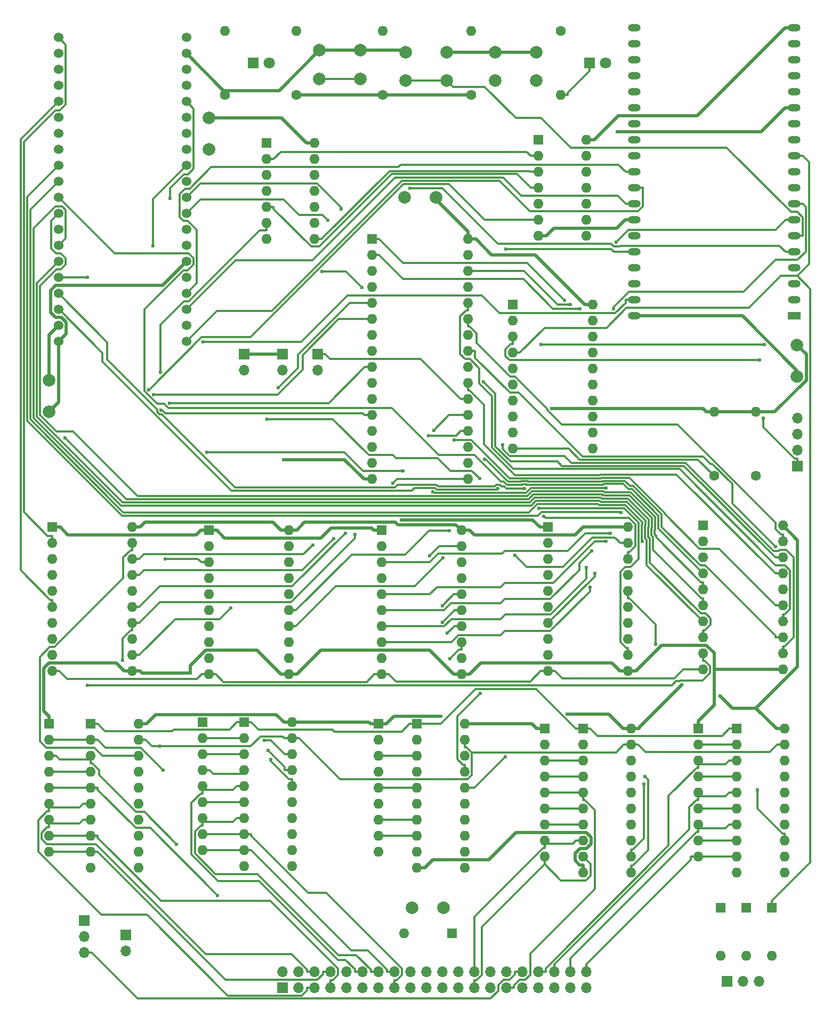
<source format=gbr>
%TF.GenerationSoftware,KiCad,Pcbnew,8.0.5*%
%TF.CreationDate,2024-10-04T15:32:28-04:00*%
%TF.ProjectId,FujiNet_5.0,46756a69-4e65-4745-9f35-2e302e6b6963,rev?*%
%TF.SameCoordinates,Original*%
%TF.FileFunction,Copper,L2,Bot*%
%TF.FilePolarity,Positive*%
%FSLAX46Y46*%
G04 Gerber Fmt 4.6, Leading zero omitted, Abs format (unit mm)*
G04 Created by KiCad (PCBNEW 8.0.5) date 2024-10-04 15:32:28*
%MOMM*%
%LPD*%
G01*
G04 APERTURE LIST*
%TA.AperFunction,ComponentPad*%
%ADD10C,1.600000*%
%TD*%
%TA.AperFunction,ComponentPad*%
%ADD11O,1.600000X1.600000*%
%TD*%
%TA.AperFunction,ComponentPad*%
%ADD12R,1.600000X1.600000*%
%TD*%
%TA.AperFunction,ComponentPad*%
%ADD13R,2.000000X1.200000*%
%TD*%
%TA.AperFunction,ComponentPad*%
%ADD14O,2.000000X1.200000*%
%TD*%
%TA.AperFunction,ComponentPad*%
%ADD15C,2.000000*%
%TD*%
%TA.AperFunction,ComponentPad*%
%ADD16R,1.700000X1.700000*%
%TD*%
%TA.AperFunction,ComponentPad*%
%ADD17O,1.700000X1.700000*%
%TD*%
%TA.AperFunction,ComponentPad*%
%ADD18R,1.800000X1.800000*%
%TD*%
%TA.AperFunction,ComponentPad*%
%ADD19C,1.800000*%
%TD*%
%TA.AperFunction,ComponentPad*%
%ADD20C,1.524000*%
%TD*%
%TA.AperFunction,ViaPad*%
%ADD21C,0.600000*%
%TD*%
%TA.AperFunction,Conductor*%
%ADD22C,0.300000*%
%TD*%
%TA.AperFunction,Conductor*%
%ADD23C,0.500000*%
%TD*%
G04 APERTURE END LIST*
D10*
%TO.P,R1,1*%
%TO.N,Net-(A0-7_SHIFTER1-OE)*%
X137160000Y-89408000D03*
D11*
%TO.P,R1,2*%
%TO.N,+3.3V*%
X137160000Y-79248000D03*
%TD*%
D12*
%TO.P,RN1,1,common*%
%TO.N,GND*%
X49276000Y-128524000D03*
D11*
%TO.P,RN1,2,R1*%
%TO.N,/DATA FLOW CONTROL/Z80_D0*%
X49276000Y-131064000D03*
%TO.P,RN1,3,R2*%
%TO.N,/DATA FLOW CONTROL/Z80_D1*%
X49276000Y-133604000D03*
%TO.P,RN1,4,R3*%
%TO.N,/DATA FLOW CONTROL/Z80_D2*%
X49276000Y-136144000D03*
%TO.P,RN1,5,R4*%
%TO.N,/DATA FLOW CONTROL/Z80_D3*%
X49276000Y-138684000D03*
%TO.P,RN1,6,R5*%
%TO.N,/DATA FLOW CONTROL/Z80_D4*%
X49276000Y-141224000D03*
%TO.P,RN1,7,R6*%
%TO.N,/DATA FLOW CONTROL/Z80_D5*%
X49276000Y-143764000D03*
%TO.P,RN1,8,R7*%
%TO.N,/DATA FLOW CONTROL/Z80_D6*%
X49276000Y-146304000D03*
%TO.P,RN1,9,R8*%
%TO.N,/DATA FLOW CONTROL/Z80_D7*%
X49276000Y-148844000D03*
%TD*%
D10*
%TO.P,R4,1*%
%TO.N,GND*%
X52832000Y-28956000D03*
D11*
%TO.P,R4,2*%
%TO.N,Net-(D2-K)*%
X52832000Y-18796000D03*
%TD*%
D12*
%TO.P,D6,1,K*%
%TO.N,/ESP-32 Module/ROM_ACCESS_A18*%
X139700000Y-157988000D03*
D11*
%TO.P,D6,2,A*%
%TO.N,Net-(D6-A)*%
X139700000Y-165608000D03*
%TD*%
D13*
%TO.P,U11,1,3V3*%
%TO.N,+3.3V*%
X143256000Y-64008000D03*
D14*
%TO.P,U11,2,CHIP_PU*%
%TO.N,unconnected-(U11-CHIP_PU-Pad2)*%
X143256000Y-61468000D03*
%TO.P,U11,3,SENSOR_VP/GPIO36/ADC1_CH0*%
%TO.N,Net-(U11-SENSOR_VP{slash}GPIO36{slash}ADC1_CH0)*%
X143256000Y-58928000D03*
%TO.P,U11,4,SENSOR_VN/GPIO39/ADC1_CH3*%
%TO.N,unconnected-(U11-SENSOR_VN{slash}GPIO39{slash}ADC1_CH3-Pad4)*%
X143256000Y-56388000D03*
%TO.P,U11,5,VDET_1/GPIO34/ADC1_CH6*%
%TO.N,Net-(U11-VDET_1{slash}GPIO34{slash}ADC1_CH6)*%
X143256000Y-53848000D03*
%TO.P,U11,6,VDET_2/GPIO35/ADC1_CH7*%
%TO.N,Net-(U11-VDET_2{slash}GPIO35{slash}ADC1_CH7)*%
X143256000Y-51308000D03*
%TO.P,U11,7,32K_XP/GPIO32/ADC1_CH4*%
%TO.N,/DATA FLOW CONTROL/ROMCS*%
X143256000Y-48768000D03*
%TO.P,U11,8,32K_XN/GPIO33/ADC1_CH5*%
%TO.N,/DATA FLOW CONTROL/NMI*%
X143256000Y-46228000D03*
%TO.P,U11,9,DAC_1/ADC2_CH8/GPIO25*%
%TO.N,/ESP-32 Module/ROM_ACCESS_A16*%
X143256000Y-43688000D03*
%TO.P,U11,10,DAC_2/ADC2_CH9/GPIO26*%
%TO.N,/ESP-32 Module/ROM_ACCESS_A17*%
X143256000Y-41148000D03*
%TO.P,U11,11,ADC2_CH7/GPIO27*%
%TO.N,/ESP-32 Module/ROM_ACCESS_A18*%
X143256000Y-38608000D03*
%TO.P,U11,12,MTMS/GPIO14/ADC2_CH6*%
%TO.N,Net-(SPI_Spare1-Pin_2)*%
X143256000Y-36068000D03*
%TO.P,U11,13,MTDI/GPIO12/ADC2_CH5*%
%TO.N,Net-(SPI_Spare1-Pin_4)*%
X143256000Y-33528000D03*
%TO.P,U11,14,GND*%
%TO.N,GND*%
X143256000Y-30988000D03*
%TO.P,U11,15,MTCK/GPIO13/ADC2_CH4*%
%TO.N,Net-(SPI_Spare1-Pin_3)*%
X143256000Y-28448000D03*
%TO.P,U11,16,SD_DATA2/GPIO9*%
%TO.N,unconnected-(U11-SD_DATA2{slash}GPIO9-Pad16)*%
X143256000Y-25908000D03*
%TO.P,U11,17,SD_DATA3/GPIO10*%
%TO.N,unconnected-(U11-SD_DATA3{slash}GPIO10-Pad17)*%
X143256000Y-23368000D03*
%TO.P,U11,18,CMD*%
%TO.N,unconnected-(U11-CMD-Pad18)*%
X143256000Y-20828000D03*
%TO.P,U11,19,5V*%
%TO.N,+5V*%
X143256000Y-18288000D03*
%TO.P,U11,20,SD_CLK/GPIO6*%
%TO.N,unconnected-(U11-SD_CLK{slash}GPIO6-Pad20)*%
X117859680Y-18290720D03*
%TO.P,U11,21,SD_DATA0/GPIO7*%
%TO.N,unconnected-(U11-SD_DATA0{slash}GPIO7-Pad21)*%
X117859680Y-20830720D03*
%TO.P,U11,22,SD_DATA1/GPIO8*%
%TO.N,unconnected-(U11-SD_DATA1{slash}GPIO8-Pad22)*%
X117856000Y-23368000D03*
%TO.P,U11,23,MTDO/GPIO15/ADC2_CH3*%
%TO.N,Net-(SPI_Spare1-Pin_1)*%
X117856000Y-25908000D03*
%TO.P,U11,24,ADC2_CH2/GPIO2*%
%TO.N,/DATA FLOW CONTROL/Spare_1*%
X117856000Y-28448000D03*
%TO.P,U11,25,GPIO0/BOOT/ADC2_CH1*%
%TO.N,/DATA FLOW CONTROL/RESET*%
X117856000Y-30988000D03*
%TO.P,U11,26,ADC2_CH0/GPIO4*%
%TO.N,/DATA FLOW CONTROL/Spare_2*%
X117856000Y-33528000D03*
%TO.P,U11,27,GPIO16*%
%TO.N,/DATA FLOW CONTROL/WAIT*%
X117856000Y-36068000D03*
%TO.P,U11,28,GPIO17*%
%TO.N,/DATA FLOW CONTROL/SYSTEM_READY*%
X117856000Y-38608000D03*
%TO.P,U11,29,GPIO5*%
%TO.N,/ESP-32 Module/SS*%
X117856000Y-41148000D03*
%TO.P,U11,30,GPIO18*%
%TO.N,/ESP-32 Module/SCK*%
X117856000Y-43688000D03*
%TO.P,U11,31,GPIO19*%
%TO.N,/ESP-32 Module/MISO*%
X117856000Y-46228000D03*
%TO.P,U11,32,GND*%
%TO.N,GND*%
X117856000Y-48768000D03*
%TO.P,U11,33,GPIO21*%
%TO.N,/DATA FLOW CONTROL/Spare_3*%
X117856000Y-51308000D03*
%TO.P,U11,34,U0RXD/GPIO3*%
%TO.N,Net-(D2-A)*%
X117856000Y-53848000D03*
%TO.P,U11,35,U0TXD/GPIO1*%
%TO.N,Net-(D3-A)*%
X117856000Y-56388000D03*
%TO.P,U11,36,GPIO22*%
%TO.N,/DATA FLOW CONTROL/Spare_4*%
X117856000Y-58928000D03*
%TO.P,U11,37,GPIO23*%
%TO.N,/ESP-32 Module/MOSI*%
X117856000Y-61468000D03*
%TO.P,U11,38,GND*%
%TO.N,GND*%
X117856000Y-64008000D03*
%TD*%
D10*
%TO.P,R7,1*%
%TO.N,+3.3V*%
X64210000Y-28956000D03*
D11*
%TO.P,R7,2*%
%TO.N,Net-(U11-VDET_1{slash}GPIO34{slash}ADC1_CH6)*%
X64210000Y-18796000D03*
%TD*%
D15*
%TO.P,C1,1*%
%TO.N,+3.3V*%
X24892000Y-74208000D03*
%TO.P,C1,2*%
%TO.N,GND*%
X24892000Y-79208000D03*
%TD*%
D12*
%TO.P,D4,1,K*%
%TO.N,/ESP-32 Module/ROM_ACCESS_A16*%
X131572000Y-157988000D03*
D11*
%TO.P,D4,2,A*%
%TO.N,Net-(D4-A)*%
X131572000Y-165608000D03*
%TD*%
D10*
%TO.P,R5,1*%
%TO.N,GND*%
X106172000Y-18796000D03*
D11*
%TO.P,R5,2*%
%TO.N,Net-(D3-K)*%
X106172000Y-28956000D03*
%TD*%
D12*
%TO.P,RN3,1,common*%
%TO.N,GND*%
X128016000Y-129540000D03*
D11*
%TO.P,RN3,2,R1*%
%TO.N,/DATA FLOW CONTROL/Z80_A8*%
X128016000Y-132080000D03*
%TO.P,RN3,3,R2*%
%TO.N,/DATA FLOW CONTROL/Z80_A9*%
X128016000Y-134620000D03*
%TO.P,RN3,4,R3*%
%TO.N,/DATA FLOW CONTROL/Z80_A10*%
X128016000Y-137160000D03*
%TO.P,RN3,5,R4*%
%TO.N,/DATA FLOW CONTROL/Z80_A11*%
X128016000Y-139700000D03*
%TO.P,RN3,6,R5*%
%TO.N,/DATA FLOW CONTROL/Z80_A12*%
X128016000Y-142240000D03*
%TO.P,RN3,7,R6*%
%TO.N,/DATA FLOW CONTROL/Z80_A13*%
X128016000Y-144780000D03*
%TO.P,RN3,8,R7*%
%TO.N,/DATA FLOW CONTROL/Z80_A14*%
X128016000Y-147320000D03*
%TO.P,RN3,9,R8*%
%TO.N,/DATA FLOW CONTROL/Z80_A15*%
X128016000Y-149860000D03*
%TD*%
D16*
%TO.P,Rom_Access1,1,Pin_1*%
%TO.N,Net-(D4-A)*%
X132588000Y-169672000D03*
D17*
%TO.P,Rom_Access1,2,Pin_2*%
%TO.N,Net-(D5-A)*%
X135128000Y-169672000D03*
%TO.P,Rom_Access1,3,Pin_3*%
%TO.N,Net-(D6-A)*%
X137668000Y-169672000D03*
%TD*%
D12*
%TO.P,U1,1,A18*%
%TO.N,Net-(Rom_Access_Shifter1-B3)*%
X76200000Y-51816000D03*
D11*
%TO.P,U1,2,A16*%
%TO.N,Net-(Rom_Access_Shifter1-B1)*%
X76200000Y-54356000D03*
%TO.P,U1,3,A14*%
%TO.N,/DATA FLOW CONTROL/LEVEL_A14*%
X76200000Y-56896000D03*
%TO.P,U1,4,A12*%
%TO.N,/DATA FLOW CONTROL/LEVEL_A12*%
X76200000Y-59436000D03*
%TO.P,U1,5,A7*%
%TO.N,/DATA FLOW CONTROL/LEVEL_A7*%
X76200000Y-61976000D03*
%TO.P,U1,6,A6*%
%TO.N,/DATA FLOW CONTROL/LEVEL_A6*%
X76200000Y-64516000D03*
%TO.P,U1,7,A5*%
%TO.N,/DATA FLOW CONTROL/LEVEL_A5*%
X76200000Y-67056000D03*
%TO.P,U1,8,A4*%
%TO.N,/DATA FLOW CONTROL/LEVEL_A4*%
X76200000Y-69596000D03*
%TO.P,U1,9,A3*%
%TO.N,/DATA FLOW CONTROL/LEVEL_A3*%
X76200000Y-72136000D03*
%TO.P,U1,10,A2*%
%TO.N,/DATA FLOW CONTROL/LEVEL_A2*%
X76200000Y-74676000D03*
%TO.P,U1,11,A1*%
%TO.N,/DATA FLOW CONTROL/LEVEL_A1*%
X76200000Y-77216000D03*
%TO.P,U1,12,A0*%
%TO.N,/DATA FLOW CONTROL/LEVEL_A0*%
X76200000Y-79756000D03*
%TO.P,U1,13,DQ0*%
%TO.N,/DATA FLOW CONTROL/LEVEL_D0*%
X76200000Y-82296000D03*
%TO.P,U1,14,DQ1*%
%TO.N,/DATA FLOW CONTROL/LEVEL_D1*%
X76200000Y-84836000D03*
%TO.P,U1,15,DQ2*%
%TO.N,/DATA FLOW CONTROL/LEVEL_D2*%
X76200000Y-87376000D03*
%TO.P,U1,16,VSS*%
%TO.N,GND*%
X76200000Y-89916000D03*
%TO.P,U1,17,DQ3*%
%TO.N,/DATA FLOW CONTROL/LEVEL_D3*%
X91440000Y-89916000D03*
%TO.P,U1,18,DQ4*%
%TO.N,/DATA FLOW CONTROL/LEVEL_D4*%
X91440000Y-87376000D03*
%TO.P,U1,19,DQ5*%
%TO.N,/DATA FLOW CONTROL/LEVEL_D5*%
X91440000Y-84836000D03*
%TO.P,U1,20,DQ6*%
%TO.N,/DATA FLOW CONTROL/LEVEL_D6*%
X91440000Y-82296000D03*
%TO.P,U1,21,DQ7*%
%TO.N,/DATA FLOW CONTROL/LEVEL_D7*%
X91440000Y-79756000D03*
%TO.P,U1,22,CE#*%
%TO.N,Net-(J5-Pin_1)*%
X91440000Y-77216000D03*
%TO.P,U1,23,A10*%
%TO.N,/DATA FLOW CONTROL/LEVEL_A10*%
X91440000Y-74676000D03*
%TO.P,U1,24,OE#*%
%TO.N,/DATA FLOW CONTROL/RD_L*%
X91440000Y-72136000D03*
%TO.P,U1,25,A11*%
%TO.N,/DATA FLOW CONTROL/LEVEL_A11*%
X91440000Y-69596000D03*
%TO.P,U1,26,A9*%
%TO.N,/DATA FLOW CONTROL/LEVEL_A9*%
X91440000Y-67056000D03*
%TO.P,U1,27,A8*%
%TO.N,/DATA FLOW CONTROL/LEVEL_A8*%
X91440000Y-64516000D03*
%TO.P,U1,28,A13*%
%TO.N,/DATA FLOW CONTROL/LEVEL_A13*%
X91440000Y-61976000D03*
%TO.P,U1,29,WE#*%
%TO.N,/DATA FLOW CONTROL/RW_L*%
X91440000Y-59436000D03*
%TO.P,U1,30,A17*%
%TO.N,Net-(Rom_Access_Shifter1-B2)*%
X91440000Y-56896000D03*
%TO.P,U1,31,A15*%
%TO.N,/DATA FLOW CONTROL/LEVEL_A15*%
X91440000Y-54356000D03*
%TO.P,U1,32,VCC*%
%TO.N,+5V*%
X91440000Y-51816000D03*
%TD*%
D12*
%TO.P,A0-7_SHIFTER1,1,VA*%
%TO.N,+3.3V*%
X25400000Y-97536000D03*
D11*
%TO.P,A0-7_SHIFTER1,2,A1*%
%TO.N,/DATA FLOW CONTROL/LOCAL_A0*%
X25400000Y-100076000D03*
%TO.P,A0-7_SHIFTER1,3,A2*%
%TO.N,/DATA FLOW CONTROL/LOCAL_A1*%
X25400000Y-102616000D03*
%TO.P,A0-7_SHIFTER1,4,A3*%
%TO.N,/DATA FLOW CONTROL/LOCAL_A2*%
X25400000Y-105156000D03*
%TO.P,A0-7_SHIFTER1,5,A4*%
%TO.N,/DATA FLOW CONTROL/LOCAL_A3*%
X25400000Y-107696000D03*
%TO.P,A0-7_SHIFTER1,6,A5*%
%TO.N,/DATA FLOW CONTROL/LOCAL_A4*%
X25400000Y-110236000D03*
%TO.P,A0-7_SHIFTER1,7,A6*%
%TO.N,/DATA FLOW CONTROL/LOCAL_A5*%
X25400000Y-112776000D03*
%TO.P,A0-7_SHIFTER1,8,A7*%
%TO.N,/DATA FLOW CONTROL/LOCAL_A6*%
X25400000Y-115316000D03*
%TO.P,A0-7_SHIFTER1,9,A8*%
%TO.N,/DATA FLOW CONTROL/LOCAL_A7*%
X25400000Y-117856000D03*
%TO.P,A0-7_SHIFTER1,10,OE*%
%TO.N,Net-(A0-7_SHIFTER1-OE)*%
X25400000Y-120396000D03*
%TO.P,A0-7_SHIFTER1,11,GND*%
%TO.N,GND*%
X38100000Y-120396000D03*
%TO.P,A0-7_SHIFTER1,12,B8*%
%TO.N,/DATA FLOW CONTROL/LEVEL_A7*%
X38100000Y-117856000D03*
%TO.P,A0-7_SHIFTER1,13,B7*%
%TO.N,/DATA FLOW CONTROL/LEVEL_A6*%
X38100000Y-115316000D03*
%TO.P,A0-7_SHIFTER1,14,B6*%
%TO.N,/DATA FLOW CONTROL/LEVEL_A5*%
X38100000Y-112776000D03*
%TO.P,A0-7_SHIFTER1,15,B5*%
%TO.N,/DATA FLOW CONTROL/LEVEL_A4*%
X38100000Y-110236000D03*
%TO.P,A0-7_SHIFTER1,16,B4*%
%TO.N,/DATA FLOW CONTROL/LEVEL_A3*%
X38100000Y-107696000D03*
%TO.P,A0-7_SHIFTER1,17,B3*%
%TO.N,/DATA FLOW CONTROL/LEVEL_A2*%
X38100000Y-105156000D03*
%TO.P,A0-7_SHIFTER1,18,B2*%
%TO.N,/DATA FLOW CONTROL/LEVEL_A1*%
X38100000Y-102616000D03*
%TO.P,A0-7_SHIFTER1,19,B1*%
%TO.N,/DATA FLOW CONTROL/LEVEL_A0*%
X38100000Y-100076000D03*
%TO.P,A0-7_SHIFTER1,20,VB*%
%TO.N,+5V*%
X38100000Y-97536000D03*
%TD*%
D12*
%TO.P,U8,1,A->B*%
%TO.N,Net-(LS245_Dir1-Pin_2)*%
X109728000Y-129540000D03*
D11*
%TO.P,U8,2,A0*%
%TO.N,/DATA FLOW CONTROL/RD_O*%
X109728000Y-132080000D03*
%TO.P,U8,3,A1*%
%TO.N,/DATA FLOW CONTROL/RW_O*%
X109728000Y-134620000D03*
%TO.P,U8,4,A2*%
%TO.N,/DATA FLOW CONTROL/IORQ_O*%
X109728000Y-137160000D03*
%TO.P,U8,5,A3*%
%TO.N,/DATA FLOW CONTROL/MEMRQ_O*%
X109728000Y-139700000D03*
%TO.P,U8,6,A4*%
%TO.N,/DATA FLOW CONTROL/BUSRQ_O*%
X109728000Y-142240000D03*
%TO.P,U8,7,A5*%
%TO.N,/DATA FLOW CONTROL/WAIT_O*%
X109728000Y-144780000D03*
%TO.P,U8,8,A6*%
%TO.N,/DATA FLOW CONTROL/NMI_O*%
X109728000Y-147320000D03*
%TO.P,U8,9,A7*%
%TO.N,/DATA FLOW CONTROL/ROMCS_O*%
X109728000Y-149860000D03*
%TO.P,U8,10,GND*%
%TO.N,GND*%
X109728000Y-152400000D03*
%TO.P,U8,11,B7*%
%TO.N,/DATA FLOW CONTROL/ROMCS_L*%
X117348000Y-152400000D03*
%TO.P,U8,12,B6*%
%TO.N,/DATA FLOW CONTROL/NMI_L*%
X117348000Y-149860000D03*
%TO.P,U8,13,B5*%
%TO.N,/DATA FLOW CONTROL/WAIT_L*%
X117348000Y-147320000D03*
%TO.P,U8,14,B4*%
%TO.N,/DATA FLOW CONTROL/BUSRQ_L*%
X117348000Y-144780000D03*
%TO.P,U8,15,B3*%
%TO.N,/DATA FLOW CONTROL/MEMRQ_L*%
X117348000Y-142240000D03*
%TO.P,U8,16,B2*%
%TO.N,/DATA FLOW CONTROL/IORQ_L*%
X117348000Y-139700000D03*
%TO.P,U8,17,B1*%
%TO.N,/DATA FLOW CONTROL/RW_L*%
X117348000Y-137160000D03*
%TO.P,U8,18,B0*%
%TO.N,/DATA FLOW CONTROL/RD_L*%
X117348000Y-134620000D03*
%TO.P,U8,19,CE*%
%TO.N,Net-(J6-Pin_2)*%
X117348000Y-132080000D03*
%TO.P,U8,20,VCC*%
%TO.N,+5V*%
X117348000Y-129540000D03*
%TD*%
D12*
%TO.P,D5,1,K*%
%TO.N,/ESP-32 Module/ROM_ACCESS_A17*%
X135636000Y-157988000D03*
D11*
%TO.P,D5,2,A*%
%TO.N,Net-(D5-A)*%
X135636000Y-165608000D03*
%TD*%
D15*
%TO.P,SW2,1,1*%
%TO.N,GND*%
X81586000Y-22134000D03*
X88086000Y-22134000D03*
%TO.P,SW2,2,2*%
%TO.N,Net-(U11-VDET_2{slash}GPIO35{slash}ADC1_CH7)*%
X81586000Y-26634000D03*
X88086000Y-26634000D03*
%TD*%
D12*
%TO.P,Z80_CONTROL_1_SHIFTER1,1,VA*%
%TO.N,+3.3V*%
X104140000Y-97536000D03*
D11*
%TO.P,Z80_CONTROL_1_SHIFTER1,2,A1*%
%TO.N,/DATA FLOW CONTROL/RD*%
X104140000Y-100076000D03*
%TO.P,Z80_CONTROL_1_SHIFTER1,3,A2*%
%TO.N,/DATA FLOW CONTROL/RW*%
X104140000Y-102616000D03*
%TO.P,Z80_CONTROL_1_SHIFTER1,4,A3*%
%TO.N,/DATA FLOW CONTROL/IORQ*%
X104140000Y-105156000D03*
%TO.P,Z80_CONTROL_1_SHIFTER1,5,A4*%
%TO.N,/DATA FLOW CONTROL/MEMRQ*%
X104140000Y-107696000D03*
%TO.P,Z80_CONTROL_1_SHIFTER1,6,A5*%
%TO.N,/DATA FLOW CONTROL/BUSRQ*%
X104140000Y-110236000D03*
%TO.P,Z80_CONTROL_1_SHIFTER1,7,A6*%
%TO.N,/DATA FLOW CONTROL/WAIT*%
X104140000Y-112776000D03*
%TO.P,Z80_CONTROL_1_SHIFTER1,8,A7*%
%TO.N,/DATA FLOW CONTROL/NMI*%
X104140000Y-115316000D03*
%TO.P,Z80_CONTROL_1_SHIFTER1,9,A8*%
%TO.N,/DATA FLOW CONTROL/ROMCS*%
X104140000Y-117856000D03*
%TO.P,Z80_CONTROL_1_SHIFTER1,10,OE*%
%TO.N,Net-(A0-7_SHIFTER1-OE)*%
X104140000Y-120396000D03*
%TO.P,Z80_CONTROL_1_SHIFTER1,11,GND*%
%TO.N,GND*%
X116840000Y-120396000D03*
%TO.P,Z80_CONTROL_1_SHIFTER1,12,B8*%
%TO.N,/DATA FLOW CONTROL/ROMCS_L*%
X116840000Y-117856000D03*
%TO.P,Z80_CONTROL_1_SHIFTER1,13,B7*%
%TO.N,/DATA FLOW CONTROL/NMI_L*%
X116840000Y-115316000D03*
%TO.P,Z80_CONTROL_1_SHIFTER1,14,B6*%
%TO.N,/DATA FLOW CONTROL/WAIT_L*%
X116840000Y-112776000D03*
%TO.P,Z80_CONTROL_1_SHIFTER1,15,B5*%
%TO.N,/DATA FLOW CONTROL/BUSRQ_L*%
X116840000Y-110236000D03*
%TO.P,Z80_CONTROL_1_SHIFTER1,16,B4*%
%TO.N,/DATA FLOW CONTROL/MEMRQ_L*%
X116840000Y-107696000D03*
%TO.P,Z80_CONTROL_1_SHIFTER1,17,B3*%
%TO.N,/DATA FLOW CONTROL/IORQ_L*%
X116840000Y-105156000D03*
%TO.P,Z80_CONTROL_1_SHIFTER1,18,B2*%
%TO.N,/DATA FLOW CONTROL/RW_L*%
X116840000Y-102616000D03*
%TO.P,Z80_CONTROL_1_SHIFTER1,19,B1*%
%TO.N,/DATA FLOW CONTROL/RD_L*%
X116840000Y-100076000D03*
%TO.P,Z80_CONTROL_1_SHIFTER1,20,VB*%
%TO.N,+5V*%
X116840000Y-97536000D03*
%TD*%
D12*
%TO.P,U6,1,A->B*%
%TO.N,Net-(LS245_Dir1-Pin_2)*%
X31496000Y-128778000D03*
D11*
%TO.P,U6,2,A0*%
%TO.N,/DATA FLOW CONTROL/Z80_A0*%
X31496000Y-131318000D03*
%TO.P,U6,3,A1*%
%TO.N,/DATA FLOW CONTROL/Z80_A1*%
X31496000Y-133858000D03*
%TO.P,U6,4,A2*%
%TO.N,/DATA FLOW CONTROL/Z80_A2*%
X31496000Y-136398000D03*
%TO.P,U6,5,A3*%
%TO.N,/DATA FLOW CONTROL/Z80_A3*%
X31496000Y-138938000D03*
%TO.P,U6,6,A4*%
%TO.N,/DATA FLOW CONTROL/Z80_A4*%
X31496000Y-141478000D03*
%TO.P,U6,7,A5*%
%TO.N,/DATA FLOW CONTROL/Z80_A5*%
X31496000Y-144018000D03*
%TO.P,U6,8,A6*%
%TO.N,/DATA FLOW CONTROL/Z80_A6*%
X31496000Y-146558000D03*
%TO.P,U6,9,A7*%
%TO.N,/DATA FLOW CONTROL/Z80_A7*%
X31496000Y-149098000D03*
%TO.P,U6,10,GND*%
%TO.N,GND*%
X31496000Y-151638000D03*
%TO.P,U6,11,B7*%
%TO.N,/DATA FLOW CONTROL/LEVEL_A7*%
X39116000Y-151638000D03*
%TO.P,U6,12,B6*%
%TO.N,/DATA FLOW CONTROL/LEVEL_A6*%
X39116000Y-149098000D03*
%TO.P,U6,13,B5*%
%TO.N,/DATA FLOW CONTROL/LEVEL_A5*%
X39116000Y-146558000D03*
%TO.P,U6,14,B4*%
%TO.N,/DATA FLOW CONTROL/LEVEL_A4*%
X39116000Y-144018000D03*
%TO.P,U6,15,B3*%
%TO.N,/DATA FLOW CONTROL/LEVEL_A3*%
X39116000Y-141478000D03*
%TO.P,U6,16,B2*%
%TO.N,/DATA FLOW CONTROL/LEVEL_A2*%
X39116000Y-138938000D03*
%TO.P,U6,17,B1*%
%TO.N,/DATA FLOW CONTROL/LEVEL_A1*%
X39116000Y-136398000D03*
%TO.P,U6,18,B0*%
%TO.N,/DATA FLOW CONTROL/LEVEL_A0*%
X39116000Y-133858000D03*
%TO.P,U6,19,CE*%
%TO.N,Net-(J6-Pin_2)*%
X39116000Y-131318000D03*
%TO.P,U6,20,VCC*%
%TO.N,+5V*%
X39116000Y-128778000D03*
%TD*%
D10*
%TO.P,R3,1*%
%TO.N,+3.3V*%
X91948000Y-28956000D03*
D11*
%TO.P,R3,2*%
%TO.N,Net-(U11-SENSOR_VP{slash}GPIO36{slash}ADC1_CH0)*%
X91948000Y-18796000D03*
%TD*%
D16*
%TO.P,J2,1,Pin_1*%
%TO.N,/DATA FLOW CONTROL/Z80_A0*%
X61976000Y-170688000D03*
D17*
%TO.P,J2,2,Pin_2*%
%TO.N,/DATA FLOW CONTROL/Z80_A1*%
X61976000Y-168148000D03*
%TO.P,J2,3,Pin_3*%
%TO.N,/DATA FLOW CONTROL/Z80_A2*%
X64516000Y-170688000D03*
%TO.P,J2,4,Pin_4*%
%TO.N,/DATA FLOW CONTROL/Z80_A3*%
X64516000Y-168148000D03*
%TO.P,J2,5,Pin_5*%
%TO.N,/DATA FLOW CONTROL/Z80_A4*%
X67056000Y-170688000D03*
%TO.P,J2,6,Pin_6*%
%TO.N,/DATA FLOW CONTROL/Z80_A5*%
X67056000Y-168148000D03*
%TO.P,J2,7,Pin_7*%
%TO.N,/DATA FLOW CONTROL/Z80_A6*%
X69596000Y-170688000D03*
%TO.P,J2,8,Pin_8*%
%TO.N,/DATA FLOW CONTROL/Z80_A7*%
X69596000Y-168148000D03*
%TO.P,J2,9,Pin_9*%
%TO.N,/DATA FLOW CONTROL/Z80_D0*%
X72136000Y-170688000D03*
%TO.P,J2,10,Pin_10*%
%TO.N,/DATA FLOW CONTROL/Z80_D1*%
X72136000Y-168148000D03*
%TO.P,J2,11,Pin_11*%
%TO.N,/DATA FLOW CONTROL/Z80_D2*%
X74676000Y-170688000D03*
%TO.P,J2,12,Pin_12*%
%TO.N,/DATA FLOW CONTROL/Z80_D3*%
X74676000Y-168148000D03*
%TO.P,J2,13,Pin_13*%
%TO.N,/DATA FLOW CONTROL/Z80_D4*%
X77216000Y-170688000D03*
%TO.P,J2,14,Pin_14*%
%TO.N,/DATA FLOW CONTROL/Z80_D5*%
X77216000Y-168148000D03*
%TO.P,J2,15,Pin_15*%
%TO.N,/DATA FLOW CONTROL/Z80_D6*%
X79756000Y-170688000D03*
%TO.P,J2,16,Pin_16*%
%TO.N,/DATA FLOW CONTROL/Z80_D7*%
X79756000Y-168148000D03*
%TO.P,J2,17,Pin_17*%
%TO.N,/DATA FLOW CONTROL/Spare_1_O*%
X82296000Y-170688000D03*
%TO.P,J2,18,Pin_18*%
%TO.N,/DATA FLOW CONTROL/Spare_2_O*%
X82296000Y-168148000D03*
%TO.P,J2,19,Pin_19*%
%TO.N,/DATA FLOW CONTROL/Spare_3_O*%
X84836000Y-170688000D03*
%TO.P,J2,20,Pin_20*%
%TO.N,Net-(D1-A)*%
X84836000Y-168148000D03*
%TO.P,J2,21,Pin_21*%
%TO.N,GND*%
X87376000Y-170688000D03*
%TO.P,J2,22,Pin_22*%
%TO.N,/DATA FLOW CONTROL/Spare_4_O*%
X87376000Y-168148000D03*
%TO.P,J2,23,Pin_23*%
%TO.N,/DATA FLOW CONTROL/RESET_O*%
X89916000Y-170688000D03*
%TO.P,J2,24,Pin_24*%
%TO.N,/DATA FLOW CONTROL/BUSACK_O*%
X89916000Y-168148000D03*
%TO.P,J2,25,Pin_25*%
%TO.N,/DATA FLOW CONTROL/ROMCS_O*%
X92456000Y-170688000D03*
%TO.P,J2,26,Pin_26*%
%TO.N,/DATA FLOW CONTROL/NMI_O*%
X92456000Y-168148000D03*
%TO.P,J2,27,Pin_27*%
%TO.N,/DATA FLOW CONTROL/WAIT_O*%
X94996000Y-170688000D03*
%TO.P,J2,28,Pin_28*%
%TO.N,/DATA FLOW CONTROL/BUSRQ_O*%
X94996000Y-168148000D03*
%TO.P,J2,29,Pin_29*%
%TO.N,/DATA FLOW CONTROL/MEMRQ_O*%
X97536000Y-170688000D03*
%TO.P,J2,30,Pin_30*%
%TO.N,/DATA FLOW CONTROL/IORQ_O*%
X97536000Y-168148000D03*
%TO.P,J2,31,Pin_31*%
%TO.N,/DATA FLOW CONTROL/RW_O*%
X100076000Y-170688000D03*
%TO.P,J2,32,Pin_32*%
%TO.N,/DATA FLOW CONTROL/RD_O*%
X100076000Y-168148000D03*
%TO.P,J2,33,Pin_33*%
%TO.N,/DATA FLOW CONTROL/Z80_A8*%
X102616000Y-170688000D03*
%TO.P,J2,34,Pin_34*%
%TO.N,/DATA FLOW CONTROL/Z80_A9*%
X102616000Y-168148000D03*
%TO.P,J2,35,Pin_35*%
%TO.N,/DATA FLOW CONTROL/Z80_A10*%
X105156000Y-170688000D03*
%TO.P,J2,36,Pin_36*%
%TO.N,/DATA FLOW CONTROL/Z80_A11*%
X105156000Y-168148000D03*
%TO.P,J2,37,Pin_37*%
%TO.N,/DATA FLOW CONTROL/Z80_A12*%
X107696000Y-170688000D03*
%TO.P,J2,38,Pin_38*%
%TO.N,/DATA FLOW CONTROL/Z80_A13*%
X107696000Y-168148000D03*
%TO.P,J2,39,Pin_39*%
%TO.N,/DATA FLOW CONTROL/Z80_A14*%
X110236000Y-170688000D03*
%TO.P,J2,40,Pin_40*%
%TO.N,/DATA FLOW CONTROL/Z80_A15*%
X110236000Y-168148000D03*
%TD*%
D10*
%TO.P,R2,1*%
%TO.N,Net-(Rom_Access_Shifter1-OE)*%
X130556000Y-89408000D03*
D11*
%TO.P,R2,2*%
%TO.N,+3.3V*%
X130556000Y-79248000D03*
%TD*%
D18*
%TO.P,D2,1,K*%
%TO.N,Net-(D2-K)*%
X57347000Y-23876000D03*
D19*
%TO.P,D2,2,A*%
%TO.N,Net-(D2-A)*%
X59887000Y-23876000D03*
%TD*%
D15*
%TO.P,C6,1*%
%TO.N,+5V*%
X50292000Y-32592000D03*
%TO.P,C6,2*%
%TO.N,GND*%
X50292000Y-37592000D03*
%TD*%
D12*
%TO.P,U4,1,A->B*%
%TO.N,Net-(LS245_Dir1-Pin_2)*%
X55880000Y-128524000D03*
D11*
%TO.P,U4,2,A0*%
%TO.N,/DATA FLOW CONTROL/Z80_D0*%
X55880000Y-131064000D03*
%TO.P,U4,3,A1*%
%TO.N,/DATA FLOW CONTROL/Z80_D1*%
X55880000Y-133604000D03*
%TO.P,U4,4,A2*%
%TO.N,/DATA FLOW CONTROL/Z80_D2*%
X55880000Y-136144000D03*
%TO.P,U4,5,A3*%
%TO.N,/DATA FLOW CONTROL/Z80_D3*%
X55880000Y-138684000D03*
%TO.P,U4,6,A4*%
%TO.N,/DATA FLOW CONTROL/Z80_D4*%
X55880000Y-141224000D03*
%TO.P,U4,7,A5*%
%TO.N,/DATA FLOW CONTROL/Z80_D5*%
X55880000Y-143764000D03*
%TO.P,U4,8,A6*%
%TO.N,/DATA FLOW CONTROL/Z80_D6*%
X55880000Y-146304000D03*
%TO.P,U4,9,A7*%
%TO.N,/DATA FLOW CONTROL/Z80_D7*%
X55880000Y-148844000D03*
%TO.P,U4,10,GND*%
%TO.N,GND*%
X55880000Y-151384000D03*
%TO.P,U4,11,B7*%
%TO.N,/DATA FLOW CONTROL/LEVEL_D7*%
X63500000Y-151384000D03*
%TO.P,U4,12,B6*%
%TO.N,/DATA FLOW CONTROL/LEVEL_D6*%
X63500000Y-148844000D03*
%TO.P,U4,13,B5*%
%TO.N,/DATA FLOW CONTROL/LEVEL_D5*%
X63500000Y-146304000D03*
%TO.P,U4,14,B4*%
%TO.N,/DATA FLOW CONTROL/LEVEL_D4*%
X63500000Y-143764000D03*
%TO.P,U4,15,B3*%
%TO.N,/DATA FLOW CONTROL/LEVEL_D3*%
X63500000Y-141224000D03*
%TO.P,U4,16,B2*%
%TO.N,/DATA FLOW CONTROL/LEVEL_D2*%
X63500000Y-138684000D03*
%TO.P,U4,17,B1*%
%TO.N,/DATA FLOW CONTROL/LEVEL_D1*%
X63500000Y-136144000D03*
%TO.P,U4,18,B0*%
%TO.N,/DATA FLOW CONTROL/LEVEL_D0*%
X63500000Y-133604000D03*
%TO.P,U4,19,CE*%
%TO.N,Net-(J6-Pin_2)*%
X63500000Y-131064000D03*
%TO.P,U4,20,VCC*%
%TO.N,+5V*%
X63500000Y-128524000D03*
%TD*%
D15*
%TO.P,C3,1*%
%TO.N,+3.3V*%
X143724000Y-68620000D03*
%TO.P,C3,2*%
%TO.N,GND*%
X143724000Y-73620000D03*
%TD*%
D12*
%TO.P,U7,1,A->B*%
%TO.N,Net-(LS245_Dir1-Pin_2)*%
X134112000Y-129540000D03*
D11*
%TO.P,U7,2,A0*%
%TO.N,/DATA FLOW CONTROL/Z80_A8*%
X134112000Y-132080000D03*
%TO.P,U7,3,A1*%
%TO.N,/DATA FLOW CONTROL/Z80_A9*%
X134112000Y-134620000D03*
%TO.P,U7,4,A2*%
%TO.N,/DATA FLOW CONTROL/Z80_A10*%
X134112000Y-137160000D03*
%TO.P,U7,5,A3*%
%TO.N,/DATA FLOW CONTROL/Z80_A11*%
X134112000Y-139700000D03*
%TO.P,U7,6,A4*%
%TO.N,/DATA FLOW CONTROL/Z80_A12*%
X134112000Y-142240000D03*
%TO.P,U7,7,A5*%
%TO.N,/DATA FLOW CONTROL/Z80_A13*%
X134112000Y-144780000D03*
%TO.P,U7,8,A6*%
%TO.N,/DATA FLOW CONTROL/Z80_A14*%
X134112000Y-147320000D03*
%TO.P,U7,9,A7*%
%TO.N,/DATA FLOW CONTROL/Z80_A15*%
X134112000Y-149860000D03*
%TO.P,U7,10,GND*%
%TO.N,GND*%
X134112000Y-152400000D03*
%TO.P,U7,11,B7*%
%TO.N,/DATA FLOW CONTROL/LEVEL_A15*%
X141732000Y-152400000D03*
%TO.P,U7,12,B6*%
%TO.N,/DATA FLOW CONTROL/LEVEL_A14*%
X141732000Y-149860000D03*
%TO.P,U7,13,B5*%
%TO.N,/DATA FLOW CONTROL/LEVEL_A13*%
X141732000Y-147320000D03*
%TO.P,U7,14,B4*%
%TO.N,/DATA FLOW CONTROL/LEVEL_A12*%
X141732000Y-144780000D03*
%TO.P,U7,15,B3*%
%TO.N,/DATA FLOW CONTROL/LEVEL_A11*%
X141732000Y-142240000D03*
%TO.P,U7,16,B2*%
%TO.N,/DATA FLOW CONTROL/LEVEL_A10*%
X141732000Y-139700000D03*
%TO.P,U7,17,B1*%
%TO.N,/DATA FLOW CONTROL/LEVEL_A9*%
X141732000Y-137160000D03*
%TO.P,U7,18,B0*%
%TO.N,/DATA FLOW CONTROL/LEVEL_A8*%
X141732000Y-134620000D03*
%TO.P,U7,19,CE*%
%TO.N,Net-(J6-Pin_2)*%
X141732000Y-132080000D03*
%TO.P,U7,20,VCC*%
%TO.N,+5V*%
X141732000Y-129540000D03*
%TD*%
D15*
%TO.P,C2,1*%
%TO.N,+5V*%
X87590000Y-157988000D03*
%TO.P,C2,2*%
%TO.N,GND*%
X82590000Y-157988000D03*
%TD*%
%TO.P,SW1,1,1*%
%TO.N,GND*%
X67870000Y-21844000D03*
X74370000Y-21844000D03*
%TO.P,SW1,2,2*%
%TO.N,Net-(U11-VDET_1{slash}GPIO34{slash}ADC1_CH6)*%
X67870000Y-26344000D03*
X74370000Y-26344000D03*
%TD*%
D16*
%TO.P,J1,1,Pin_1*%
%TO.N,GND*%
X55880000Y-70104000D03*
D17*
%TO.P,J1,2,Pin_2*%
%TO.N,+3.3V*%
X55880000Y-72644000D03*
%TD*%
D16*
%TO.P,SPI_Spare1,1,Pin_1*%
%TO.N,Net-(SPI_Spare1-Pin_1)*%
X143764000Y-87884000D03*
D17*
%TO.P,SPI_Spare1,2,Pin_2*%
%TO.N,Net-(SPI_Spare1-Pin_2)*%
X143764000Y-85344000D03*
%TO.P,SPI_Spare1,3,Pin_3*%
%TO.N,Net-(SPI_Spare1-Pin_3)*%
X143764000Y-82804000D03*
%TO.P,SPI_Spare1,4,Pin_4*%
%TO.N,Net-(SPI_Spare1-Pin_4)*%
X143764000Y-80264000D03*
%TD*%
D12*
%TO.P,U3,1*%
%TO.N,/DATA FLOW CONTROL/BUSACK_L*%
X102616000Y-36068000D03*
D11*
%TO.P,U3,2*%
%TO.N,Net-(U2-Pad2)*%
X102616000Y-38608000D03*
%TO.P,U3,3*%
%TO.N,Net-(U2-Pad8)*%
X102616000Y-41148000D03*
%TO.P,U3,4*%
%TO.N,Net-(U2-Pad5)*%
X102616000Y-43688000D03*
%TO.P,U3,5*%
%TO.N,/DATA FLOW CONTROL/RD_O*%
X102616000Y-46228000D03*
%TO.P,U3,6*%
%TO.N,Net-(LS245_Dir1-Pin_1)*%
X102616000Y-48768000D03*
%TO.P,U3,7,GND*%
%TO.N,GND*%
X102616000Y-51308000D03*
%TO.P,U3,8*%
%TO.N,unconnected-(U3-Pad8)*%
X110236000Y-51308000D03*
%TO.P,U3,9*%
%TO.N,unconnected-(U3-Pad9)*%
X110236000Y-48768000D03*
%TO.P,U3,10*%
%TO.N,unconnected-(U3-Pad10)*%
X110236000Y-46228000D03*
%TO.P,U3,11*%
%TO.N,unconnected-(U3-Pad11)*%
X110236000Y-43688000D03*
%TO.P,U3,12*%
%TO.N,unconnected-(U3-Pad12)*%
X110236000Y-41148000D03*
%TO.P,U3,13*%
%TO.N,unconnected-(U3-Pad13)*%
X110236000Y-38608000D03*
%TO.P,U3,14,VCC*%
%TO.N,+5V*%
X110236000Y-36068000D03*
%TD*%
D15*
%TO.P,SW3,1,1*%
%TO.N,GND*%
X95810000Y-22134000D03*
X102310000Y-22134000D03*
%TO.P,SW3,2,2*%
%TO.N,Net-(U11-SENSOR_VP{slash}GPIO36{slash}ADC1_CH0)*%
X95810000Y-26634000D03*
X102310000Y-26634000D03*
%TD*%
D16*
%TO.P,J6,1,Pin_1*%
%TO.N,Net-(J6-Pin_1)*%
X37084000Y-162301000D03*
D17*
%TO.P,J6,2,Pin_2*%
%TO.N,Net-(J6-Pin_2)*%
X37084000Y-164841000D03*
%TD*%
D18*
%TO.P,D3,1,K*%
%TO.N,Net-(D3-K)*%
X110744000Y-23876000D03*
D19*
%TO.P,D3,2,A*%
%TO.N,Net-(D3-A)*%
X113284000Y-23876000D03*
%TD*%
D10*
%TO.P,R6,1*%
%TO.N,+3.3V*%
X77926000Y-28956000D03*
D11*
%TO.P,R6,2*%
%TO.N,Net-(U11-VDET_2{slash}GPIO35{slash}ADC1_CH7)*%
X77926000Y-18796000D03*
%TD*%
D16*
%TO.P,J3,1,Pin_1*%
%TO.N,GND*%
X61976000Y-70104000D03*
D17*
%TO.P,J3,2,Pin_2*%
%TO.N,+5V*%
X61976000Y-72644000D03*
%TD*%
D12*
%TO.P,A8-15_SHIFTER1,1,VA*%
%TO.N,+3.3V*%
X128778000Y-97282000D03*
D11*
%TO.P,A8-15_SHIFTER1,2,A1*%
%TO.N,/DATA FLOW CONTROL/LOCAL_A8*%
X128778000Y-99822000D03*
%TO.P,A8-15_SHIFTER1,3,A2*%
%TO.N,/DATA FLOW CONTROL/LOCAL_A9*%
X128778000Y-102362000D03*
%TO.P,A8-15_SHIFTER1,4,A3*%
%TO.N,/DATA FLOW CONTROL/LOCAL_A10*%
X128778000Y-104902000D03*
%TO.P,A8-15_SHIFTER1,5,A4*%
%TO.N,/DATA FLOW CONTROL/LOCAL_A11*%
X128778000Y-107442000D03*
%TO.P,A8-15_SHIFTER1,6,A5*%
%TO.N,/DATA FLOW CONTROL/LOCAL_A12*%
X128778000Y-109982000D03*
%TO.P,A8-15_SHIFTER1,7,A6*%
%TO.N,/DATA FLOW CONTROL/LOCAL_A13*%
X128778000Y-112522000D03*
%TO.P,A8-15_SHIFTER1,8,A7*%
%TO.N,/DATA FLOW CONTROL/LOCAL_A14*%
X128778000Y-115062000D03*
%TO.P,A8-15_SHIFTER1,9,A8*%
%TO.N,/DATA FLOW CONTROL/LOCAL_A15*%
X128778000Y-117602000D03*
%TO.P,A8-15_SHIFTER1,10,OE*%
%TO.N,Net-(A0-7_SHIFTER1-OE)*%
X128778000Y-120142000D03*
%TO.P,A8-15_SHIFTER1,11,GND*%
%TO.N,GND*%
X141478000Y-120142000D03*
%TO.P,A8-15_SHIFTER1,12,B8*%
%TO.N,/DATA FLOW CONTROL/LEVEL_A15*%
X141478000Y-117602000D03*
%TO.P,A8-15_SHIFTER1,13,B7*%
%TO.N,/DATA FLOW CONTROL/LEVEL_A14*%
X141478000Y-115062000D03*
%TO.P,A8-15_SHIFTER1,14,B6*%
%TO.N,/DATA FLOW CONTROL/LEVEL_A13*%
X141478000Y-112522000D03*
%TO.P,A8-15_SHIFTER1,15,B5*%
%TO.N,/DATA FLOW CONTROL/LEVEL_A12*%
X141478000Y-109982000D03*
%TO.P,A8-15_SHIFTER1,16,B4*%
%TO.N,/DATA FLOW CONTROL/LEVEL_A11*%
X141478000Y-107442000D03*
%TO.P,A8-15_SHIFTER1,17,B3*%
%TO.N,/DATA FLOW CONTROL/LEVEL_A10*%
X141478000Y-104902000D03*
%TO.P,A8-15_SHIFTER1,18,B2*%
%TO.N,/DATA FLOW CONTROL/LEVEL_A9*%
X141478000Y-102362000D03*
%TO.P,A8-15_SHIFTER1,19,B1*%
%TO.N,/DATA FLOW CONTROL/LEVEL_A8*%
X141478000Y-99822000D03*
%TO.P,A8-15_SHIFTER1,20,VB*%
%TO.N,+5V*%
X141478000Y-97282000D03*
%TD*%
D12*
%TO.P,U2,1*%
%TO.N,/DATA FLOW CONTROL/ROMCS_L*%
X59436000Y-36576000D03*
D11*
%TO.P,U2,2*%
%TO.N,Net-(U2-Pad2)*%
X59436000Y-39116000D03*
%TO.P,U2,3*%
%TO.N,Net-(J5-Pin_2)*%
X59436000Y-41656000D03*
%TO.P,U2,4*%
%TO.N,/DATA FLOW CONTROL/SYSTEM_READY_L*%
X59436000Y-44196000D03*
%TO.P,U2,5*%
%TO.N,Net-(U2-Pad5)*%
X59436000Y-46736000D03*
%TO.P,U2,6*%
%TO.N,Net-(J6-Pin_1)*%
X59436000Y-49276000D03*
%TO.P,U2,7,GND*%
%TO.N,GND*%
X59436000Y-51816000D03*
%TO.P,U2,8*%
%TO.N,Net-(U2-Pad8)*%
X67056000Y-51816000D03*
%TO.P,U2,9*%
%TO.N,/DATA FLOW CONTROL/MEMRQ_O*%
X67056000Y-49276000D03*
%TO.P,U2,10*%
%TO.N,/DATA FLOW CONTROL/IORQ_O*%
X67056000Y-46736000D03*
%TO.P,U2,11*%
%TO.N,unconnected-(U2-Pad11)*%
X67056000Y-44196000D03*
%TO.P,U2,12*%
%TO.N,unconnected-(U2-Pad12)*%
X67056000Y-41656000D03*
%TO.P,U2,13*%
%TO.N,unconnected-(U2-Pad13)*%
X67056000Y-39116000D03*
%TO.P,U2,14,VCC*%
%TO.N,+5V*%
X67056000Y-36576000D03*
%TD*%
D12*
%TO.P,U9,1,A->B*%
%TO.N,Net-(LS245_Dir1-Pin_2)*%
X83312000Y-128778000D03*
D11*
%TO.P,U9,2,A0*%
%TO.N,/DATA FLOW CONTROL/BUSACK_O*%
X83312000Y-131318000D03*
%TO.P,U9,3,A1*%
%TO.N,/DATA FLOW CONTROL/RESET_O*%
X83312000Y-133858000D03*
%TO.P,U9,4,A2*%
%TO.N,/DATA FLOW CONTROL/Spare_1_O*%
X83312000Y-136398000D03*
%TO.P,U9,5,A3*%
%TO.N,/DATA FLOW CONTROL/Spare_2_O*%
X83312000Y-138938000D03*
%TO.P,U9,6,A4*%
%TO.N,/DATA FLOW CONTROL/Spare_3_O*%
X83312000Y-141478000D03*
%TO.P,U9,7,A5*%
%TO.N,/DATA FLOW CONTROL/Spare_4_O*%
X83312000Y-144018000D03*
%TO.P,U9,8,A6*%
%TO.N,/DATA FLOW CONTROL/SYSTEM_READY_O*%
X83312000Y-146558000D03*
%TO.P,U9,9,A7*%
%TO.N,unconnected-(U9-A7-Pad9)*%
X83312000Y-149098000D03*
%TO.P,U9,10,GND*%
%TO.N,GND*%
X83312000Y-151638000D03*
%TO.P,U9,11,B7*%
%TO.N,unconnected-(U9-B7-Pad11)*%
X90932000Y-151638000D03*
%TO.P,U9,12,B6*%
%TO.N,/DATA FLOW CONTROL/SYSTEM_READY_L*%
X90932000Y-149098000D03*
%TO.P,U9,13,B5*%
%TO.N,/DATA FLOW CONTROL/SPARE_4_L*%
X90932000Y-146558000D03*
%TO.P,U9,14,B4*%
%TO.N,/DATA FLOW CONTROL/SPARE_3_L*%
X90932000Y-144018000D03*
%TO.P,U9,15,B3*%
%TO.N,/DATA FLOW CONTROL/SPARE_2_L*%
X90932000Y-141478000D03*
%TO.P,U9,16,B2*%
%TO.N,/DATA FLOW CONTROL/SPARE_1_L*%
X90932000Y-138938000D03*
%TO.P,U9,17,B1*%
%TO.N,/DATA FLOW CONTROL/RESET_L*%
X90932000Y-136398000D03*
%TO.P,U9,18,B0*%
%TO.N,/DATA FLOW CONTROL/BUSACK_L*%
X90932000Y-133858000D03*
%TO.P,U9,19,CE*%
%TO.N,Net-(J6-Pin_2)*%
X90932000Y-131318000D03*
%TO.P,U9,20,VCC*%
%TO.N,+5V*%
X90932000Y-128778000D03*
%TD*%
D12*
%TO.P,RN5,1,common*%
%TO.N,+5V*%
X77216000Y-128778000D03*
D11*
%TO.P,RN5,2,R1*%
%TO.N,/DATA FLOW CONTROL/BUSACK_O*%
X77216000Y-131318000D03*
%TO.P,RN5,3,R2*%
%TO.N,/DATA FLOW CONTROL/RESET_O*%
X77216000Y-133858000D03*
%TO.P,RN5,4,R3*%
%TO.N,/DATA FLOW CONTROL/Spare_1_O*%
X77216000Y-136398000D03*
%TO.P,RN5,5,R4*%
%TO.N,/DATA FLOW CONTROL/Spare_2_O*%
X77216000Y-138938000D03*
%TO.P,RN5,6,R5*%
%TO.N,/DATA FLOW CONTROL/Spare_3_O*%
X77216000Y-141478000D03*
%TO.P,RN5,7,R6*%
%TO.N,/DATA FLOW CONTROL/Spare_4_O*%
X77216000Y-144018000D03*
%TO.P,RN5,8,R7*%
%TO.N,/DATA FLOW CONTROL/SYSTEM_READY_O*%
X77216000Y-146558000D03*
%TO.P,RN5,9,R8*%
%TO.N,unconnected-(RN5-R8-Pad9)*%
X77216000Y-149098000D03*
%TD*%
D12*
%TO.P,RN2,1,common*%
%TO.N,GND*%
X24892000Y-128778000D03*
D11*
%TO.P,RN2,2,R1*%
%TO.N,/DATA FLOW CONTROL/Z80_A0*%
X24892000Y-131318000D03*
%TO.P,RN2,3,R2*%
%TO.N,/DATA FLOW CONTROL/Z80_A1*%
X24892000Y-133858000D03*
%TO.P,RN2,4,R3*%
%TO.N,/DATA FLOW CONTROL/Z80_A2*%
X24892000Y-136398000D03*
%TO.P,RN2,5,R4*%
%TO.N,/DATA FLOW CONTROL/Z80_A3*%
X24892000Y-138938000D03*
%TO.P,RN2,6,R5*%
%TO.N,/DATA FLOW CONTROL/Z80_A4*%
X24892000Y-141478000D03*
%TO.P,RN2,7,R6*%
%TO.N,/DATA FLOW CONTROL/Z80_A5*%
X24892000Y-144018000D03*
%TO.P,RN2,8,R7*%
%TO.N,/DATA FLOW CONTROL/Z80_A6*%
X24892000Y-146558000D03*
%TO.P,RN2,9,R8*%
%TO.N,/DATA FLOW CONTROL/Z80_A7*%
X24892000Y-149098000D03*
%TD*%
D15*
%TO.P,C4,1*%
%TO.N,+5V*%
X86360000Y-45212000D03*
%TO.P,C4,2*%
%TO.N,GND*%
X81360000Y-45212000D03*
%TD*%
D12*
%TO.P,D0-7_SHIFTER1,1,VA*%
%TO.N,+3.3V*%
X50292000Y-98044000D03*
D11*
%TO.P,D0-7_SHIFTER1,2,A1*%
%TO.N,/DATA FLOW CONTROL/LOCAL_D0*%
X50292000Y-100584000D03*
%TO.P,D0-7_SHIFTER1,3,A2*%
%TO.N,/DATA FLOW CONTROL/LOCAL_D1*%
X50292000Y-103124000D03*
%TO.P,D0-7_SHIFTER1,4,A3*%
%TO.N,/DATA FLOW CONTROL/LOCAL_D2*%
X50292000Y-105664000D03*
%TO.P,D0-7_SHIFTER1,5,A4*%
%TO.N,/DATA FLOW CONTROL/LOCAL_D3*%
X50292000Y-108204000D03*
%TO.P,D0-7_SHIFTER1,6,A5*%
%TO.N,/DATA FLOW CONTROL/LOCAL_D4*%
X50292000Y-110744000D03*
%TO.P,D0-7_SHIFTER1,7,A6*%
%TO.N,/DATA FLOW CONTROL/LOCAL_D5*%
X50292000Y-113284000D03*
%TO.P,D0-7_SHIFTER1,8,A7*%
%TO.N,/DATA FLOW CONTROL/LOCAL_D6*%
X50292000Y-115824000D03*
%TO.P,D0-7_SHIFTER1,9,A8*%
%TO.N,/DATA FLOW CONTROL/LOCAL_D7*%
X50292000Y-118364000D03*
%TO.P,D0-7_SHIFTER1,10,OE*%
%TO.N,Net-(A0-7_SHIFTER1-OE)*%
X50292000Y-120904000D03*
%TO.P,D0-7_SHIFTER1,11,GND*%
%TO.N,GND*%
X62992000Y-120904000D03*
%TO.P,D0-7_SHIFTER1,12,B8*%
%TO.N,/DATA FLOW CONTROL/LEVEL_D7*%
X62992000Y-118364000D03*
%TO.P,D0-7_SHIFTER1,13,B7*%
%TO.N,/DATA FLOW CONTROL/LEVEL_D6*%
X62992000Y-115824000D03*
%TO.P,D0-7_SHIFTER1,14,B6*%
%TO.N,/DATA FLOW CONTROL/LEVEL_D5*%
X62992000Y-113284000D03*
%TO.P,D0-7_SHIFTER1,15,B5*%
%TO.N,/DATA FLOW CONTROL/LEVEL_D4*%
X62992000Y-110744000D03*
%TO.P,D0-7_SHIFTER1,16,B4*%
%TO.N,/DATA FLOW CONTROL/LEVEL_D3*%
X62992000Y-108204000D03*
%TO.P,D0-7_SHIFTER1,17,B3*%
%TO.N,/DATA FLOW CONTROL/LEVEL_D2*%
X62992000Y-105664000D03*
%TO.P,D0-7_SHIFTER1,18,B2*%
%TO.N,/DATA FLOW CONTROL/LEVEL_D1*%
X62992000Y-103124000D03*
%TO.P,D0-7_SHIFTER1,19,B1*%
%TO.N,/DATA FLOW CONTROL/LEVEL_D0*%
X62992000Y-100584000D03*
%TO.P,D0-7_SHIFTER1,20,VB*%
%TO.N,+5V*%
X62992000Y-98044000D03*
%TD*%
D12*
%TO.P,Z80_CONTROL_2_SHIFTER2,1,VA*%
%TO.N,+3.3V*%
X77724000Y-98044000D03*
D11*
%TO.P,Z80_CONTROL_2_SHIFTER2,2,A1*%
%TO.N,/DATA FLOW CONTROL/BUSACK*%
X77724000Y-100584000D03*
%TO.P,Z80_CONTROL_2_SHIFTER2,3,A2*%
%TO.N,/DATA FLOW CONTROL/RESET*%
X77724000Y-103124000D03*
%TO.P,Z80_CONTROL_2_SHIFTER2,4,A3*%
%TO.N,/DATA FLOW CONTROL/Spare_1*%
X77724000Y-105664000D03*
%TO.P,Z80_CONTROL_2_SHIFTER2,5,A4*%
%TO.N,/DATA FLOW CONTROL/Spare_2*%
X77724000Y-108204000D03*
%TO.P,Z80_CONTROL_2_SHIFTER2,6,A5*%
%TO.N,/DATA FLOW CONTROL/Spare_3*%
X77724000Y-110744000D03*
%TO.P,Z80_CONTROL_2_SHIFTER2,7,A6*%
%TO.N,/DATA FLOW CONTROL/Spare_4*%
X77724000Y-113284000D03*
%TO.P,Z80_CONTROL_2_SHIFTER2,8,A7*%
%TO.N,/DATA FLOW CONTROL/SYSTEM_READY*%
X77724000Y-115824000D03*
%TO.P,Z80_CONTROL_2_SHIFTER2,9,A8*%
%TO.N,unconnected-(Z80_CONTROL_2_SHIFTER2-A8-Pad9)*%
X77724000Y-118364000D03*
%TO.P,Z80_CONTROL_2_SHIFTER2,10,OE*%
%TO.N,Net-(A0-7_SHIFTER1-OE)*%
X77724000Y-120904000D03*
%TO.P,Z80_CONTROL_2_SHIFTER2,11,GND*%
%TO.N,GND*%
X90424000Y-120904000D03*
%TO.P,Z80_CONTROL_2_SHIFTER2,12,B8*%
%TO.N,unconnected-(Z80_CONTROL_2_SHIFTER2-B8-Pad12)*%
X90424000Y-118364000D03*
%TO.P,Z80_CONTROL_2_SHIFTER2,13,B7*%
%TO.N,/DATA FLOW CONTROL/SYSTEM_READY_L*%
X90424000Y-115824000D03*
%TO.P,Z80_CONTROL_2_SHIFTER2,14,B6*%
%TO.N,/DATA FLOW CONTROL/SPARE_4_L*%
X90424000Y-113284000D03*
%TO.P,Z80_CONTROL_2_SHIFTER2,15,B5*%
%TO.N,/DATA FLOW CONTROL/SPARE_3_L*%
X90424000Y-110744000D03*
%TO.P,Z80_CONTROL_2_SHIFTER2,16,B4*%
%TO.N,/DATA FLOW CONTROL/SPARE_2_L*%
X90424000Y-108204000D03*
%TO.P,Z80_CONTROL_2_SHIFTER2,17,B3*%
%TO.N,/DATA FLOW CONTROL/SPARE_1_L*%
X90424000Y-105664000D03*
%TO.P,Z80_CONTROL_2_SHIFTER2,18,B2*%
%TO.N,/DATA FLOW CONTROL/RESET_L*%
X90424000Y-103124000D03*
%TO.P,Z80_CONTROL_2_SHIFTER2,19,B1*%
%TO.N,/DATA FLOW CONTROL/BUSACK_L*%
X90424000Y-100584000D03*
%TO.P,Z80_CONTROL_2_SHIFTER2,20,VB*%
%TO.N,+5V*%
X90424000Y-98044000D03*
%TD*%
D12*
%TO.P,Rom_Access_Shifter1,1,VA*%
%TO.N,+3.3V*%
X98552000Y-62230000D03*
D11*
%TO.P,Rom_Access_Shifter1,2,A1*%
%TO.N,/ESP-32 Module/ROM_ACCESS_A16*%
X98552000Y-64770000D03*
%TO.P,Rom_Access_Shifter1,3,A2*%
%TO.N,/ESP-32 Module/ROM_ACCESS_A17*%
X98552000Y-67310000D03*
%TO.P,Rom_Access_Shifter1,4,A3*%
%TO.N,/ESP-32 Module/ROM_ACCESS_A18*%
X98552000Y-69850000D03*
%TO.P,Rom_Access_Shifter1,5,A4*%
%TO.N,unconnected-(Rom_Access_Shifter1-A4-Pad5)*%
X98552000Y-72390000D03*
%TO.P,Rom_Access_Shifter1,6,A5*%
%TO.N,unconnected-(Rom_Access_Shifter1-A5-Pad6)*%
X98552000Y-74930000D03*
%TO.P,Rom_Access_Shifter1,7,A6*%
%TO.N,unconnected-(Rom_Access_Shifter1-A6-Pad7)*%
X98552000Y-77470000D03*
%TO.P,Rom_Access_Shifter1,8,A7*%
%TO.N,unconnected-(Rom_Access_Shifter1-A7-Pad8)*%
X98552000Y-80010000D03*
%TO.P,Rom_Access_Shifter1,9,A8*%
%TO.N,unconnected-(Rom_Access_Shifter1-A8-Pad9)*%
X98552000Y-82550000D03*
%TO.P,Rom_Access_Shifter1,10,OE*%
%TO.N,Net-(Rom_Access_Shifter1-OE)*%
X98552000Y-85090000D03*
%TO.P,Rom_Access_Shifter1,11,GND*%
%TO.N,GND*%
X111252000Y-85090000D03*
%TO.P,Rom_Access_Shifter1,12,B8*%
%TO.N,unconnected-(Rom_Access_Shifter1-B8-Pad12)*%
X111252000Y-82550000D03*
%TO.P,Rom_Access_Shifter1,13,B7*%
%TO.N,unconnected-(Rom_Access_Shifter1-B7-Pad13)*%
X111252000Y-80010000D03*
%TO.P,Rom_Access_Shifter1,14,B6*%
%TO.N,unconnected-(Rom_Access_Shifter1-B6-Pad14)*%
X111252000Y-77470000D03*
%TO.P,Rom_Access_Shifter1,15,B5*%
%TO.N,unconnected-(Rom_Access_Shifter1-B5-Pad15)*%
X111252000Y-74930000D03*
%TO.P,Rom_Access_Shifter1,16,B4*%
%TO.N,unconnected-(Rom_Access_Shifter1-B4-Pad16)*%
X111252000Y-72390000D03*
%TO.P,Rom_Access_Shifter1,17,B3*%
%TO.N,Net-(Rom_Access_Shifter1-B3)*%
X111252000Y-69850000D03*
%TO.P,Rom_Access_Shifter1,18,B2*%
%TO.N,Net-(Rom_Access_Shifter1-B2)*%
X111252000Y-67310000D03*
%TO.P,Rom_Access_Shifter1,19,B1*%
%TO.N,Net-(Rom_Access_Shifter1-B1)*%
X111252000Y-64770000D03*
%TO.P,Rom_Access_Shifter1,20,VB*%
%TO.N,+5V*%
X111252000Y-62230000D03*
%TD*%
D16*
%TO.P,J5,1,Pin_1*%
%TO.N,Net-(J5-Pin_1)*%
X67564000Y-70104000D03*
D17*
%TO.P,J5,2,Pin_2*%
%TO.N,Net-(J5-Pin_2)*%
X67564000Y-72644000D03*
%TD*%
D20*
%TO.P,U10,1,5V*%
%TO.N,+5V*%
X46736000Y-19812000D03*
%TO.P,U10,2,GND*%
%TO.N,GND*%
X46736000Y-22352000D03*
%TO.P,U10,3,76-IOT30B*%
%TO.N,/DATA FLOW CONTROL/LOCAL_D0*%
X46736000Y-24892000D03*
%TO.P,U10,4,80-IOT27A*%
%TO.N,/DATA FLOW CONTROL/LOCAL_D1*%
X46736000Y-27432000D03*
%TO.P,U10,5,42-IOB42B*%
%TO.N,/DATA FLOW CONTROL/LOCAL_D2*%
X46736000Y-29972000D03*
%TO.P,U10,6,41-IOB43A*%
%TO.N,/DATA FLOW CONTROL/LOCAL_D3*%
X46736000Y-32512000D03*
%TO.P,U10,7,56-IOR36A*%
%TO.N,/DATA FLOW CONTROL/LOCAL_D4*%
X46736000Y-35052000D03*
%TO.P,U10,8,54-IOR38A*%
%TO.N,/DATA FLOW CONTROL/LOCAL_D5*%
X46736000Y-37592000D03*
%TO.P,U10,9,51-IOR45A*%
%TO.N,/DATA FLOW CONTROL/LOCAL_D6*%
X46736000Y-40132000D03*
%TO.P,U10,10,48-IOR49B*%
%TO.N,/DATA FLOW CONTROL/LOCAL_D7*%
X46736000Y-42672000D03*
%TO.P,U10,11,55-IOR36B*%
%TO.N,/DATA FLOW CONTROL/IORQ*%
X46736000Y-45212000D03*
%TO.P,U10,12,49-IOR49A*%
%TO.N,/DATA FLOW CONTROL/MEMRQ*%
X46736000Y-47752000D03*
%TO.P,U10,13,86-IOT4A*%
%TO.N,/DATA FLOW CONTROL/BUSRQ*%
X46736000Y-50292000D03*
%TO.P,U10,14,79-IOT27B*%
%TO.N,/DATA FLOW CONTROL/BUSACK*%
X46736000Y-52832000D03*
%TO.P,U10,15,GND*%
%TO.N,GND*%
X46736000Y-55372000D03*
%TO.P,U10,16,3.3V*%
%TO.N,+3.3V*%
X46736000Y-57912000D03*
%TO.P,U10,17,72-IOT40B*%
%TO.N,/ESP-32 Module/SS*%
X46736000Y-60452000D03*
%TO.P,U10,18,71-IOT44A*%
%TO.N,/ESP-32 Module/MISO*%
X46736000Y-62992000D03*
%TO.P,U10,19,53-IOT38B*%
%TO.N,/ESP-32 Module/MOSI*%
X46736000Y-65532000D03*
%TO.P,U10,20,52-IOR39A*%
%TO.N,/ESP-32 Module/SCK*%
X46736000Y-68072000D03*
%TO.P,U10,21,GND*%
%TO.N,GND*%
X26416000Y-68072000D03*
%TO.P,U10,22,3.3V*%
%TO.N,+3.3V*%
X26416000Y-65532000D03*
%TO.P,U10,23,IOL49B-18*%
%TO.N,/DATA FLOW CONTROL/RW*%
X26416000Y-62992000D03*
%TO.P,U10,24,IOL51A-19*%
%TO.N,/DATA FLOW CONTROL/RD*%
X26416000Y-60452000D03*
%TO.P,U10,25,IOL51B-20*%
%TO.N,/DATA FLOW CONTROL/LOCAL_A15*%
X26416000Y-57912000D03*
%TO.P,U10,26,IOL49A-17*%
%TO.N,/DATA FLOW CONTROL/LOCAL_A14*%
X26416000Y-55372000D03*
%TO.P,U10,27,IOB29A-31*%
%TO.N,/DATA FLOW CONTROL/LOCAL_A13*%
X26416000Y-52832000D03*
%TO.P,U10,28,IOB14B-30*%
%TO.N,/DATA FLOW CONTROL/LOCAL_A12*%
X26416000Y-50292000D03*
%TO.P,U10,29,IOB14A-29*%
%TO.N,/DATA FLOW CONTROL/LOCAL_A11*%
X26416000Y-47752000D03*
%TO.P,U10,30,IOB6B-26*%
%TO.N,/DATA FLOW CONTROL/LOCAL_A10*%
X26416000Y-45212000D03*
%TO.P,U10,31,IOB6A-25*%
%TO.N,/DATA FLOW CONTROL/LOCAL_A9*%
X26416000Y-42672000D03*
%TO.P,U10,32,IOB8B-28*%
%TO.N,/DATA FLOW CONTROL/LOCAL_A8*%
X26416000Y-40132000D03*
%TO.P,U10,33,IOB8A-27*%
%TO.N,/DATA FLOW CONTROL/LOCAL_A7*%
X26416000Y-37592000D03*
%TO.P,U10,34,IOL47B-16*%
%TO.N,/DATA FLOW CONTROL/LOCAL_A6*%
X26416000Y-35052000D03*
%TO.P,U10,35,IOL47A-15*%
%TO.N,/DATA FLOW CONTROL/LOCAL_A5*%
X26416000Y-32512000D03*
%TO.P,U10,36,IOT30A-77*%
%TO.N,/DATA FLOW CONTROL/LOCAL_A4*%
X26416000Y-29972000D03*
%TO.P,U10,37,IOT4B-85*%
%TO.N,/DATA FLOW CONTROL/LOCAL_A3*%
X26416000Y-27432000D03*
%TO.P,U10,38,IOT34A-75*%
%TO.N,/DATA FLOW CONTROL/LOCAL_A2*%
X26416000Y-24892000D03*
%TO.P,U10,39,IOT34B-74*%
%TO.N,/DATA FLOW CONTROL/LOCAL_A1*%
X26416000Y-22352000D03*
%TO.P,U10,40,IOT40A-73*%
%TO.N,/DATA FLOW CONTROL/LOCAL_A0*%
X26416000Y-19812000D03*
%TD*%
D12*
%TO.P,RN4,1,common*%
%TO.N,+5V*%
X103632000Y-129540000D03*
D11*
%TO.P,RN4,2,R1*%
%TO.N,/DATA FLOW CONTROL/RD_O*%
X103632000Y-132080000D03*
%TO.P,RN4,3,R2*%
%TO.N,/DATA FLOW CONTROL/RW_O*%
X103632000Y-134620000D03*
%TO.P,RN4,4,R3*%
%TO.N,/DATA FLOW CONTROL/IORQ_O*%
X103632000Y-137160000D03*
%TO.P,RN4,5,R4*%
%TO.N,/DATA FLOW CONTROL/MEMRQ_O*%
X103632000Y-139700000D03*
%TO.P,RN4,6,R5*%
%TO.N,/DATA FLOW CONTROL/BUSRQ_O*%
X103632000Y-142240000D03*
%TO.P,RN4,7,R6*%
%TO.N,/DATA FLOW CONTROL/WAIT_O*%
X103632000Y-144780000D03*
%TO.P,RN4,8,R7*%
%TO.N,/DATA FLOW CONTROL/NMI_O*%
X103632000Y-147320000D03*
%TO.P,RN4,9,R8*%
%TO.N,/DATA FLOW CONTROL/ROMCS_O*%
X103632000Y-149860000D03*
%TD*%
D12*
%TO.P,D1,1,K*%
%TO.N,+5V*%
X88900000Y-162052000D03*
D11*
%TO.P,D1,2,A*%
%TO.N,Net-(D1-A)*%
X81280000Y-162052000D03*
%TD*%
D16*
%TO.P,LS245_Dir1,1,Pin_1*%
%TO.N,Net-(LS245_Dir1-Pin_1)*%
X30480000Y-160020000D03*
D17*
%TO.P,LS245_Dir1,2,Pin_2*%
%TO.N,Net-(LS245_Dir1-Pin_2)*%
X30480000Y-162560000D03*
%TO.P,LS245_Dir1,3,Pin_3*%
%TO.N,/DATA FLOW CONTROL/RD_O*%
X30480000Y-165100000D03*
%TD*%
D21*
%TO.N,/DATA FLOW CONTROL/LEVEL_A7*%
X61329500Y-75433800D03*
X53765700Y-110356300D03*
%TO.N,+5V*%
X107205200Y-127218500D03*
X131483300Y-124310600D03*
X125420000Y-122548400D03*
X87102800Y-127522000D03*
%TO.N,/DATA FLOW CONTROL/LEVEL_A6*%
X41548200Y-76518400D03*
%TO.N,/DATA FLOW CONTROL/LEVEL_A4*%
X71964100Y-98489400D03*
%TO.N,/DATA FLOW CONTROL/LEVEL_A5*%
X36576000Y-118696200D03*
X73539100Y-98727500D03*
%TO.N,/DATA FLOW CONTROL/LEVEL_A3*%
X44008900Y-77845400D03*
%TO.N,/DATA FLOW CONTROL/LEVEL_A1*%
X66791300Y-100393300D03*
%TO.N,/DATA FLOW CONTROL/LEVEL_A0*%
X42727600Y-78965000D03*
%TO.N,+3.3V*%
X104728500Y-78672300D03*
X80854200Y-96392600D03*
%TO.N,/DATA FLOW CONTROL/LEVEL_A2*%
X70136700Y-99359300D03*
%TO.N,GND*%
X115200400Y-34798000D03*
X47340000Y-120710500D03*
X62134300Y-86805500D03*
X109988600Y-119126000D03*
%TO.N,/DATA FLOW CONTROL/LOCAL_A15*%
X30986300Y-57912000D03*
X30986300Y-122627800D03*
%TO.N,/DATA FLOW CONTROL/LEVEL_A14*%
X94111900Y-86716900D03*
%TO.N,/DATA FLOW CONTROL/LEVEL_A15*%
X96968700Y-84463300D03*
%TO.N,/DATA FLOW CONTROL/LOCAL_A9*%
X119163100Y-99764300D03*
%TO.N,/DATA FLOW CONTROL/LEVEL_A11*%
X140301400Y-100653300D03*
%TO.N,/DATA FLOW CONTROL/LEVEL_A12*%
X89217700Y-83684300D03*
%TO.N,/DATA FLOW CONTROL/LEVEL_A13*%
X137465100Y-139270600D03*
%TO.N,/DATA FLOW CONTROL/LOCAL_A8*%
X115720400Y-95204800D03*
%TO.N,/DATA FLOW CONTROL/LOCAL_A12*%
X27443700Y-83338800D03*
%TO.N,/DATA FLOW CONTROL/LEVEL_A9*%
X93922000Y-74441000D03*
%TO.N,/DATA FLOW CONTROL/LEVEL_D7*%
X86011000Y-82137800D03*
%TO.N,/DATA FLOW CONTROL/LEVEL_D6*%
X85234500Y-83004100D03*
%TO.N,/DATA FLOW CONTROL/LEVEL_D2*%
X60134300Y-134415800D03*
%TO.N,/DATA FLOW CONTROL/LOCAL_D2*%
X44122600Y-45336000D03*
%TO.N,/DATA FLOW CONTROL/LEVEL_D3*%
X79558400Y-90586200D03*
%TO.N,/DATA FLOW CONTROL/LEVEL_D5*%
X87495200Y-102451700D03*
%TO.N,/DATA FLOW CONTROL/LOCAL_D6*%
X41409500Y-52853300D03*
%TO.N,/DATA FLOW CONTROL/LEVEL_D4*%
X88461400Y-98134800D03*
%TO.N,/DATA FLOW CONTROL/LOCAL_D1*%
X43386100Y-102550500D03*
%TO.N,/DATA FLOW CONTROL/LEVEL_D1*%
X59692900Y-132964200D03*
%TO.N,/DATA FLOW CONTROL/LEVEL_D0*%
X59084800Y-131402700D03*
%TO.N,/DATA FLOW CONTROL/Z80_A1*%
X45178800Y-147881900D03*
%TO.N,/DATA FLOW CONTROL/Z80_A0*%
X43034400Y-136132200D03*
%TO.N,/DATA FLOW CONTROL/Z80_A3*%
X51702500Y-156021000D03*
%TO.N,Net-(SPI_Spare1-Pin_1)*%
X138383300Y-80270400D03*
%TO.N,/DATA FLOW CONTROL/RW_L*%
X103522700Y-95779500D03*
%TO.N,/DATA FLOW CONTROL/RD_L*%
X98894600Y-101954700D03*
%TO.N,/DATA FLOW CONTROL/SYSTEM_READY_L*%
X88606000Y-118427000D03*
X68257500Y-56955600D03*
X74608700Y-59470300D03*
%TO.N,/DATA FLOW CONTROL/ROMCS_L*%
X119606600Y-137126800D03*
X102686200Y-94552800D03*
%TO.N,/DATA FLOW CONTROL/BUSACK_L*%
X85401300Y-102088900D03*
%TO.N,Net-(J6-Pin_1)*%
X42622100Y-72950400D03*
%TO.N,/DATA FLOW CONTROL/NMI_L*%
X119435600Y-138301600D03*
%TO.N,/DATA FLOW CONTROL/MEMRQ_L*%
X121290300Y-116132200D03*
%TO.N,/DATA FLOW CONTROL/SPARE_1_L*%
X97386400Y-133988400D03*
%TO.N,/DATA FLOW CONTROL/SPARE_3_L*%
X87408200Y-112622700D03*
%TO.N,/DATA FLOW CONTROL/RESET_L*%
X93392900Y-123927700D03*
%TO.N,/DATA FLOW CONTROL/SPARE_4_L*%
X88195200Y-114394800D03*
%TO.N,/DATA FLOW CONTROL/SPARE_2_L*%
X87365900Y-110040400D03*
%TO.N,Net-(J6-Pin_2)*%
X42510000Y-132334000D03*
%TO.N,Net-(Rom_Access_Shifter1-B1)*%
X109247300Y-62869500D03*
%TO.N,/DATA FLOW CONTROL/RD*%
X100430300Y-91416400D03*
%TO.N,/DATA FLOW CONTROL/MEMRQ*%
X69199400Y-48857800D03*
%TO.N,/DATA FLOW CONTROL/BUSRQ*%
X59540100Y-80406800D03*
X93287100Y-89795100D03*
%TO.N,/DATA FLOW CONTROL/RW*%
X96227300Y-91446300D03*
%TO.N,/DATA FLOW CONTROL/IORQ*%
X71273200Y-47057500D03*
%TO.N,/DATA FLOW CONTROL/BUSACK*%
X49995600Y-85675200D03*
X81157200Y-88646000D03*
%TO.N,/ESP-32 Module/ROM_ACCESS_A16*%
X138500900Y-68516900D03*
X103088400Y-68516900D03*
%TO.N,/ESP-32 Module/ROM_ACCESS_A17*%
X137774200Y-71032900D03*
%TO.N,/DATA FLOW CONTROL/ROMCS*%
X115013100Y-52250400D03*
%TO.N,/DATA FLOW CONTROL/NMI*%
X114609000Y-62912600D03*
%TO.N,/DATA FLOW CONTROL/SYSTEM_READY*%
X110840300Y-107100200D03*
%TO.N,/DATA FLOW CONTROL/Spare_3*%
X111084700Y-101319100D03*
%TO.N,/DATA FLOW CONTROL/Spare_4*%
X110295600Y-103921100D03*
%TO.N,/DATA FLOW CONTROL/Spare_2*%
X113386200Y-99820600D03*
%TO.N,/DATA FLOW CONTROL/WAIT*%
X111577000Y-104892400D03*
%TO.N,Net-(D2-A)*%
X97487300Y-53352300D03*
%TO.N,/ESP-32 Module/MOSI*%
X49350100Y-68146100D03*
%TO.N,/DATA FLOW CONTROL/Spare_1*%
X85906700Y-91948000D03*
X113356100Y-91337200D03*
%TO.N,/DATA FLOW CONTROL/RESET*%
X114093700Y-98503900D03*
%TO.N,Net-(Rom_Access_Shifter1-B3)*%
X106755000Y-61482900D03*
%TO.N,Net-(Rom_Access_Shifter1-B2)*%
X107752300Y-62180600D03*
%TO.N,Net-(U11-VDET_1{slash}GPIO34{slash}ADC1_CH6)*%
X82208300Y-43711900D03*
%TO.N,Net-(LS245_Dir1-Pin_1)*%
X40749100Y-75719300D03*
%TD*%
D22*
%TO.N,/DATA FLOW CONTROL/LEVEL_A7*%
X39251700Y-117856000D02*
X44975400Y-112132300D01*
X61329500Y-75433800D02*
X64476200Y-72287100D01*
X72691900Y-61976000D02*
X76200000Y-61976000D01*
X38100000Y-117856000D02*
X39251700Y-117856000D01*
X64476200Y-70191700D02*
X72691900Y-61976000D01*
X44975400Y-112132300D02*
X51989700Y-112132300D01*
X64476200Y-72287100D02*
X64476200Y-70191700D01*
X51989700Y-112132300D02*
X53765700Y-110356300D01*
D23*
%TO.N,+5V*%
X91440000Y-51816000D02*
X91440000Y-50564300D01*
X143800400Y-99604400D02*
X143800400Y-119685500D01*
X116840000Y-97536000D02*
X109745700Y-97536000D01*
X38100000Y-97536000D02*
X39351700Y-97536000D01*
X50292000Y-32592000D02*
X61820300Y-32592000D01*
X111252000Y-62230000D02*
X110000300Y-62230000D01*
X143800400Y-119685500D02*
X137213100Y-126272800D01*
X141478000Y-97282000D02*
X143800400Y-99604400D01*
X113774800Y-127218500D02*
X107205200Y-127218500D01*
X133445500Y-126272800D02*
X137213100Y-126272800D01*
X118599700Y-129540000D02*
X118599700Y-129368700D01*
X39351700Y-97536000D02*
X40117800Y-96769900D01*
X90932000Y-128778000D02*
X101618300Y-128778000D01*
X79723700Y-127522000D02*
X87102800Y-127522000D01*
X91440000Y-50564300D02*
X86360000Y-45484300D01*
X109745700Y-97536000D02*
X108475800Y-98805900D01*
X111487700Y-36068000D02*
X115297700Y-32258000D01*
X92437600Y-98805900D02*
X91675700Y-98044000D01*
X78467700Y-128778000D02*
X79723700Y-127522000D01*
X118599700Y-129368700D02*
X125420000Y-122548400D01*
X75710300Y-128524000D02*
X63500000Y-128524000D01*
X77216000Y-128778000D02*
X78467700Y-128778000D01*
X39116000Y-128778000D02*
X40367700Y-128778000D01*
X80317000Y-97146600D02*
X89526600Y-97146600D01*
X115297700Y-32258000D02*
X127834300Y-32258000D01*
X117348000Y-129540000D02*
X116096300Y-129540000D01*
X127834300Y-32258000D02*
X141804300Y-18288000D01*
X143256000Y-18288000D02*
X141804300Y-18288000D01*
X63500000Y-128524000D02*
X62248300Y-128524000D01*
X91440000Y-51816000D02*
X92691700Y-51816000D01*
X62366200Y-98044000D02*
X61740300Y-98044000D01*
X40117800Y-96769900D02*
X60466200Y-96769900D01*
X103632000Y-129540000D02*
X102380300Y-129540000D01*
X60466200Y-96769900D02*
X61740300Y-98044000D01*
X108475800Y-98805900D02*
X92437600Y-98805900D01*
X65509000Y-96778700D02*
X79949100Y-96778700D01*
X60993700Y-127269400D02*
X62248300Y-128524000D01*
X117348000Y-129540000D02*
X118599700Y-129540000D01*
X76590200Y-128778000D02*
X77216000Y-128778000D01*
X131483300Y-124310600D02*
X133445500Y-126272800D01*
X67056000Y-36576000D02*
X65804300Y-36576000D01*
X102112500Y-54342200D02*
X95217900Y-54342200D01*
X110000300Y-62230000D02*
X102112500Y-54342200D01*
X116096300Y-129540000D02*
X113774800Y-127218500D01*
X89526600Y-97146600D02*
X90424000Y-98044000D01*
X75964300Y-128778000D02*
X75710300Y-128524000D01*
X40367700Y-128778000D02*
X41876300Y-127269400D01*
X41876300Y-127269400D02*
X60993700Y-127269400D01*
X141732000Y-129540000D02*
X140480300Y-129540000D01*
X76590200Y-128778000D02*
X75964300Y-128778000D01*
X79949100Y-96778700D02*
X80317000Y-97146600D01*
X62366200Y-98044000D02*
X62992000Y-98044000D01*
X61820300Y-32592000D02*
X65804300Y-36576000D01*
X86360000Y-45484300D02*
X86360000Y-45212000D01*
X64243700Y-98044000D02*
X65509000Y-96778700D01*
X90424000Y-98044000D02*
X91675700Y-98044000D01*
X95217900Y-54342200D02*
X92691700Y-51816000D01*
X62992000Y-98044000D02*
X64243700Y-98044000D01*
X110236000Y-36068000D02*
X111487700Y-36068000D01*
X137213100Y-126272800D02*
X140480300Y-129540000D01*
X101618300Y-128778000D02*
X102380300Y-129540000D01*
D22*
%TO.N,/DATA FLOW CONTROL/LEVEL_A6*%
X65227900Y-72499400D02*
X61208900Y-76518400D01*
X70914000Y-64516000D02*
X65227900Y-70202100D01*
X61208900Y-76518400D02*
X41548200Y-76518400D01*
X65227900Y-70202100D02*
X65227900Y-72499400D01*
X76200000Y-64516000D02*
X75048300Y-64516000D01*
X75048300Y-64516000D02*
X70914000Y-64516000D01*
%TO.N,/DATA FLOW CONTROL/LEVEL_A4*%
X63519500Y-106934000D02*
X71964100Y-98489400D01*
X39251700Y-110236000D02*
X42553700Y-106934000D01*
X42553700Y-106934000D02*
X63519500Y-106934000D01*
X38100000Y-110236000D02*
X39251700Y-110236000D01*
%TO.N,/DATA FLOW CONTROL/LEVEL_A5*%
X39251700Y-112776000D02*
X42553700Y-109474000D01*
X38100000Y-112776000D02*
X39251700Y-112776000D01*
X73539100Y-99293700D02*
X73539100Y-98727500D01*
X37831500Y-113927700D02*
X36576000Y-115183200D01*
X38100000Y-112776000D02*
X38100000Y-113927700D01*
X36576000Y-115183200D02*
X36576000Y-118696200D01*
X63358800Y-109474000D02*
X73539100Y-99293700D01*
X38100000Y-113927700D02*
X37831500Y-113927700D01*
X42553700Y-109474000D02*
X63358800Y-109474000D01*
%TO.N,/DATA FLOW CONTROL/LOCAL_A4*%
X20415500Y-35972500D02*
X20415500Y-104387700D01*
X20415500Y-104387700D02*
X25112100Y-109084300D01*
X25400000Y-110236000D02*
X25400000Y-109084300D01*
X26416000Y-29972000D02*
X20415500Y-35972500D01*
X25112100Y-109084300D02*
X25400000Y-109084300D01*
%TO.N,/DATA FLOW CONTROL/LEVEL_A3*%
X76200000Y-72136000D02*
X75048300Y-72136000D01*
X75048300Y-72136000D02*
X69338900Y-77845400D01*
X69338900Y-77845400D02*
X44008900Y-77845400D01*
%TO.N,/DATA FLOW CONTROL/LEVEL_A1*%
X38100000Y-102616000D02*
X39251700Y-102616000D01*
X65330600Y-101854000D02*
X66791300Y-100393300D01*
X39251700Y-102616000D02*
X40013700Y-101854000D01*
X40013700Y-101854000D02*
X65330600Y-101854000D01*
%TO.N,/DATA FLOW CONTROL/LEVEL_A0*%
X25034400Y-116586000D02*
X25792300Y-116586000D01*
X36710200Y-102349000D02*
X37831500Y-101227700D01*
X36710200Y-105668100D02*
X36710200Y-102349000D01*
X43347200Y-79429500D02*
X74721800Y-79429500D01*
X32139400Y-132581800D02*
X24518900Y-132581800D01*
X23493600Y-131556500D02*
X23493600Y-118126800D01*
X24518900Y-132581800D02*
X23493600Y-131556500D01*
X42882700Y-78965000D02*
X43347200Y-79429500D01*
X25792300Y-116586000D02*
X36710200Y-105668100D01*
X76200000Y-79756000D02*
X75048300Y-79756000D01*
X33415600Y-133858000D02*
X32139400Y-132581800D01*
X37831500Y-101227700D02*
X38100000Y-101227700D01*
X39116000Y-133858000D02*
X33415600Y-133858000D01*
X38100000Y-100076000D02*
X38100000Y-101227700D01*
X23493600Y-118126800D02*
X25034400Y-116586000D01*
X74721800Y-79429500D02*
X75048300Y-79756000D01*
X42727600Y-78965000D02*
X42882700Y-78965000D01*
%TO.N,/DATA FLOW CONTROL/LOCAL_A0*%
X26416000Y-19812000D02*
X27540100Y-20936100D01*
X20917200Y-95171700D02*
X24669800Y-98924300D01*
X27540100Y-30482100D02*
X26623900Y-31398300D01*
X24669800Y-98924300D02*
X25400000Y-98924300D01*
X20917200Y-36407700D02*
X20917200Y-95171700D01*
X25400000Y-100076000D02*
X25400000Y-98924300D01*
X27540100Y-20936100D02*
X27540100Y-30482100D01*
X26623900Y-31398300D02*
X25926600Y-31398300D01*
X25926600Y-31398300D02*
X20917200Y-36407700D01*
%TO.N,Net-(A0-7_SHIFTER1-OE)*%
X106447100Y-121551400D02*
X105291700Y-120396000D01*
X50292000Y-120904000D02*
X49140300Y-120904000D01*
X52639500Y-122099800D02*
X51443700Y-120904000D01*
X77148200Y-120904000D02*
X76572300Y-120904000D01*
X80027400Y-122055700D02*
X101328600Y-122055700D01*
X127626300Y-120142000D02*
X125654300Y-120142000D01*
X78875700Y-120904000D02*
X80027400Y-122055700D01*
X48444200Y-121600100D02*
X27755800Y-121600100D01*
X27755800Y-121600100D02*
X26551700Y-120396000D01*
X104140000Y-120396000D02*
X105291700Y-120396000D01*
X25400000Y-120396000D02*
X26551700Y-120396000D01*
X77148200Y-120904000D02*
X77724000Y-120904000D01*
X49140300Y-120904000D02*
X48444200Y-121600100D01*
X75376500Y-122099800D02*
X52639500Y-122099800D01*
X128778000Y-120142000D02*
X127626300Y-120142000D01*
X50292000Y-120904000D02*
X51443700Y-120904000D01*
X104140000Y-120396000D02*
X102988300Y-120396000D01*
X124244900Y-121551400D02*
X106447100Y-121551400D01*
X125654300Y-120142000D02*
X124244900Y-121551400D01*
X101328600Y-122055700D02*
X102988300Y-120396000D01*
X76572300Y-120904000D02*
X75376500Y-122099800D01*
X77724000Y-120904000D02*
X78875700Y-120904000D01*
D23*
%TO.N,+3.3V*%
X145190500Y-70086500D02*
X145190500Y-74212500D01*
X145190500Y-74212500D02*
X140155000Y-79248000D01*
X50292000Y-98044000D02*
X49040300Y-98044000D01*
X129304300Y-79248000D02*
X128796400Y-78740100D01*
X76122200Y-97693900D02*
X69729300Y-97693900D01*
X25400000Y-97536000D02*
X26651700Y-97536000D01*
X102888300Y-97536000D02*
X101744900Y-96392600D01*
X143724000Y-68620000D02*
X145190500Y-70086500D01*
X104796300Y-78740100D02*
X104728500Y-78672300D01*
X76472300Y-98044000D02*
X76122200Y-97693900D01*
X101744900Y-96392600D02*
X80854200Y-96392600D01*
X24892000Y-67056000D02*
X24892000Y-74208000D01*
X104140000Y-97536000D02*
X102888300Y-97536000D01*
X130556000Y-79248000D02*
X129304300Y-79248000D01*
X52795400Y-99295700D02*
X51543700Y-98044000D01*
X77724000Y-98044000D02*
X76472300Y-98044000D01*
X27903400Y-98787700D02*
X26651700Y-97536000D01*
X50917900Y-98044000D02*
X51543700Y-98044000D01*
X91948000Y-28956000D02*
X77926000Y-28956000D01*
X50917900Y-98044000D02*
X50292000Y-98044000D01*
X26416000Y-65532000D02*
X24892000Y-67056000D01*
X68127500Y-99295700D02*
X52795400Y-99295700D01*
X77926000Y-28956000D02*
X64210000Y-28956000D01*
X49040300Y-98044000D02*
X48296600Y-98787700D01*
X130556000Y-79248000D02*
X137160000Y-79248000D01*
X140155000Y-79248000D02*
X137160000Y-79248000D01*
X128796400Y-78740100D02*
X104796300Y-78740100D01*
X69729300Y-97693900D02*
X68127500Y-99295700D01*
X48296600Y-98787700D02*
X27903400Y-98787700D01*
D22*
%TO.N,/DATA FLOW CONTROL/LEVEL_A2*%
X39251700Y-105156000D02*
X40013700Y-104394000D01*
X40013700Y-104394000D02*
X65102000Y-104394000D01*
X38100000Y-105156000D02*
X39251700Y-105156000D01*
X65102000Y-104394000D02*
X70136700Y-99359300D01*
D23*
%TO.N,GND*%
X71837800Y-86805500D02*
X62134300Y-86805500D01*
X55880000Y-70104000D02*
X60674300Y-70104000D01*
X46736000Y-55372000D02*
X42926000Y-59182000D01*
X88086000Y-22134000D02*
X95810000Y-22134000D01*
X143724000Y-73620000D02*
X143724000Y-72676900D01*
X76200000Y-89916000D02*
X74948300Y-89916000D01*
X52832000Y-28956000D02*
X52832000Y-28236000D01*
X103867700Y-51308000D02*
X105119400Y-50056300D01*
X128016000Y-129540000D02*
X128016000Y-128288300D01*
X49771300Y-117094000D02*
X47340000Y-119525300D01*
X62992000Y-120904000D02*
X64243700Y-120904000D01*
X93453700Y-119126000D02*
X91675700Y-120904000D01*
X143724000Y-72676900D02*
X135055100Y-64008000D01*
X110282500Y-146050000D02*
X99112700Y-146050000D01*
X27650100Y-66837900D02*
X26416000Y-68072000D01*
X25954400Y-59182000D02*
X25157000Y-59979400D01*
X141804300Y-30988000D02*
X137994300Y-34798000D01*
X26416000Y-68072000D02*
X26416000Y-77684000D01*
X42926000Y-59182000D02*
X25954400Y-59182000D01*
X24102500Y-126736800D02*
X24102500Y-119915600D01*
X26416000Y-77684000D02*
X24892000Y-79208000D01*
X26879700Y-64262000D02*
X27650100Y-65032400D01*
X111023100Y-146790600D02*
X110282500Y-146050000D01*
X117856000Y-48768000D02*
X116404300Y-48768000D01*
X137994300Y-34798000D02*
X115200400Y-34798000D01*
X85362300Y-117094000D02*
X89172300Y-120904000D01*
X109180400Y-151148300D02*
X108473300Y-150441200D01*
X74948300Y-89916000D02*
X71837800Y-86805500D01*
X24102500Y-119915600D02*
X24892100Y-119126000D01*
X90424000Y-120904000D02*
X91675700Y-120904000D01*
X24892000Y-128778000D02*
X24892000Y-127526300D01*
X116840000Y-120396000D02*
X118091700Y-120396000D01*
X25950200Y-64262000D02*
X26879700Y-64262000D01*
X61478000Y-28236000D02*
X67870000Y-21844000D01*
X114318300Y-119126000D02*
X109988600Y-119126000D01*
X102616000Y-51308000D02*
X103867700Y-51308000D01*
X61976000Y-70104000D02*
X60674300Y-70104000D01*
X122155700Y-116332000D02*
X118091700Y-120396000D01*
X109728000Y-152400000D02*
X109728000Y-151148300D01*
X129344200Y-116332000D02*
X122155700Y-116332000D01*
X130534800Y-120142000D02*
X140226300Y-120142000D01*
X47340000Y-120710500D02*
X39666200Y-120710500D01*
X109728000Y-151148300D02*
X109180400Y-151148300D01*
X116840000Y-120396000D02*
X115588300Y-120396000D01*
X25157000Y-59979400D02*
X25157000Y-63468800D01*
X64243700Y-120904000D02*
X68053700Y-117094000D01*
X108473300Y-149314700D02*
X109198000Y-148590000D01*
X52620000Y-28236000D02*
X52832000Y-28236000D01*
X128016000Y-128288300D02*
X130534800Y-125769500D01*
X130534800Y-117522600D02*
X129344200Y-116332000D01*
X38100000Y-120396000D02*
X36848300Y-120396000D01*
X61740300Y-120904000D02*
X57930300Y-117094000D01*
X68053700Y-117094000D02*
X85362300Y-117094000D01*
X94794700Y-150368000D02*
X85833700Y-150368000D01*
X108473300Y-150441200D02*
X108473300Y-149314700D01*
X25157000Y-63468800D02*
X25950200Y-64262000D01*
X99112700Y-146050000D02*
X94794700Y-150368000D01*
X95810000Y-22134000D02*
X102310000Y-22134000D01*
X57930300Y-117094000D02*
X49771300Y-117094000D01*
X141478000Y-120142000D02*
X140226300Y-120142000D01*
X143256000Y-30988000D02*
X141804300Y-30988000D01*
X115588300Y-120396000D02*
X114318300Y-119126000D01*
X90424000Y-120904000D02*
X89172300Y-120904000D01*
X110260300Y-148590000D02*
X111023100Y-147827200D01*
X47340000Y-119525300D02*
X47340000Y-120710500D01*
X46736000Y-22352000D02*
X52620000Y-28236000D01*
X130534800Y-120142000D02*
X130534800Y-117522600D01*
X135055100Y-64008000D02*
X117856000Y-64008000D01*
X109198000Y-148590000D02*
X110260300Y-148590000D01*
X35578300Y-119126000D02*
X36848300Y-120396000D01*
X109988600Y-119126000D02*
X93453700Y-119126000D01*
X67870000Y-21844000D02*
X74370000Y-21844000D01*
X39666200Y-120710500D02*
X39351700Y-120396000D01*
X62992000Y-120904000D02*
X61740300Y-120904000D01*
X38100000Y-120396000D02*
X39351700Y-120396000D01*
X81296000Y-21844000D02*
X81586000Y-22134000D01*
X115116000Y-50056300D02*
X116404300Y-48768000D01*
X85833700Y-150368000D02*
X84563700Y-151638000D01*
X27650100Y-65032400D02*
X27650100Y-66837900D01*
X105119400Y-50056300D02*
X115116000Y-50056300D01*
X111023100Y-147827200D02*
X111023100Y-146790600D01*
X74370000Y-21844000D02*
X81296000Y-21844000D01*
X24892000Y-127526300D02*
X24102500Y-126736800D01*
X52832000Y-28236000D02*
X61478000Y-28236000D01*
X83312000Y-151638000D02*
X84563700Y-151638000D01*
X130534800Y-125769500D02*
X130534800Y-120142000D01*
X24892100Y-119126000D02*
X35578300Y-119126000D01*
D22*
%TO.N,/DATA FLOW CONTROL/LOCAL_A15*%
X30986300Y-122627800D02*
X123877900Y-122627800D01*
X128703700Y-121896700D02*
X129933100Y-120667300D01*
X128778000Y-117602000D02*
X128778000Y-118753700D01*
X26416000Y-57912000D02*
X30986300Y-57912000D01*
X125150200Y-121896700D02*
X128703700Y-121896700D01*
X124514300Y-121991400D02*
X125055500Y-121991400D01*
X129933100Y-119620900D02*
X129065900Y-118753700D01*
X123877900Y-122627800D02*
X124514300Y-121991400D01*
X129933100Y-120667300D02*
X129933100Y-119620900D01*
X125055500Y-121991400D02*
X125150200Y-121896700D01*
X129065900Y-118753700D02*
X128778000Y-118753700D01*
%TO.N,/DATA FLOW CONTROL/LEVEL_A14*%
X112878600Y-90183800D02*
X112769500Y-90292900D01*
X116321700Y-90183800D02*
X112878600Y-90183800D01*
X100907900Y-90263000D02*
X99952800Y-90263000D01*
X99922900Y-90292900D02*
X97825500Y-90292900D01*
X99952800Y-90263000D02*
X99922900Y-90292900D01*
X117162200Y-91024300D02*
X116321700Y-90183800D01*
X141478000Y-115062000D02*
X140326300Y-115062000D01*
X94249500Y-86716900D02*
X94111900Y-86716900D01*
X122168400Y-95479800D02*
X117712900Y-91024300D01*
X112769500Y-90292900D02*
X100937800Y-90292900D01*
X140326300Y-114793500D02*
X129164800Y-103632000D01*
X97825500Y-90292900D02*
X94249500Y-86716900D01*
X128336400Y-103632000D02*
X122168400Y-97464000D01*
X129164800Y-103632000D02*
X128336400Y-103632000D01*
X117712900Y-91024300D02*
X117162200Y-91024300D01*
X140326300Y-115062000D02*
X140326300Y-114793500D01*
X100937800Y-90292900D02*
X100907900Y-90263000D01*
X122168400Y-97464000D02*
X122168400Y-95479800D01*
%TO.N,/DATA FLOW CONTROL/LEVEL_A15*%
X143198700Y-115017500D02*
X143198700Y-102357700D01*
X140981700Y-101162600D02*
X140829000Y-101315300D01*
X143198700Y-102357700D02*
X142003600Y-101162600D01*
X106815900Y-86241700D02*
X98074900Y-86241700D01*
X126012300Y-87311900D02*
X107886100Y-87311900D01*
X140829000Y-101315300D02*
X140015700Y-101315300D01*
X98074900Y-86241700D02*
X96968700Y-85135500D01*
X141478000Y-116450300D02*
X141765900Y-116450300D01*
X140015700Y-101315300D02*
X126012300Y-87311900D01*
X107886100Y-87311900D02*
X106815900Y-86241700D01*
X141765900Y-116450300D02*
X143198700Y-115017500D01*
X142003600Y-101162600D02*
X140981700Y-101162600D01*
X96968700Y-85135500D02*
X96968700Y-84463300D01*
X141478000Y-117602000D02*
X141478000Y-116450300D01*
%TO.N,/DATA FLOW CONTROL/LOCAL_A11*%
X26021900Y-54102000D02*
X25246600Y-53326700D01*
X26108000Y-82341300D02*
X23480000Y-79713300D01*
X128778000Y-107442000D02*
X128778000Y-106290300D01*
X121319900Y-98871300D02*
X121109800Y-98661200D01*
X128778000Y-106290300D02*
X128494800Y-106290300D01*
X121109800Y-97965600D02*
X121165000Y-97910400D01*
X26061900Y-56642000D02*
X26754700Y-56642000D01*
X121165000Y-97910400D02*
X121165000Y-95895200D01*
X25246600Y-53326700D02*
X25246600Y-48921400D01*
X28680000Y-82341300D02*
X26108000Y-82341300D01*
X23480000Y-59223900D02*
X26061900Y-56642000D01*
X27533700Y-54872900D02*
X26762800Y-54102000D01*
X121165000Y-95895200D02*
X117297500Y-92027700D01*
X101613700Y-91864200D02*
X100878100Y-92599800D01*
X121319900Y-99115400D02*
X121319900Y-98871300D01*
X100878100Y-92599800D02*
X38938500Y-92599800D01*
X38938500Y-92599800D02*
X28680000Y-82341300D01*
X112961300Y-91864200D02*
X101613700Y-91864200D01*
X26754700Y-56642000D02*
X27533700Y-55863000D01*
X128494800Y-106290300D02*
X121319900Y-99115400D01*
X117297500Y-92027700D02*
X113124800Y-92027700D01*
X27533700Y-55863000D02*
X27533700Y-54872900D01*
X113124800Y-92027700D02*
X112961300Y-91864200D01*
X26762800Y-54102000D02*
X26021900Y-54102000D01*
X25246600Y-48921400D02*
X26416000Y-47752000D01*
X23480000Y-79713300D02*
X23480000Y-59223900D01*
X121109800Y-98661200D02*
X121109800Y-97965600D01*
%TO.N,/DATA FLOW CONTROL/LOCAL_A9*%
X112130500Y-93871000D02*
X112294000Y-94034500D01*
X26416000Y-42672000D02*
X21920600Y-47167400D01*
X21920600Y-47167400D02*
X21920600Y-80427900D01*
X119158200Y-97079600D02*
X119092700Y-97145100D01*
X119092700Y-99693900D02*
X119163100Y-99764300D01*
X119158200Y-96726000D02*
X119158200Y-97079600D01*
X116466700Y-94034500D02*
X119158200Y-96726000D01*
X36699100Y-95206400D02*
X101109100Y-95206400D01*
X21920600Y-80427900D02*
X36699100Y-95206400D01*
X102444500Y-93871000D02*
X112130500Y-93871000D01*
X112294000Y-94034500D02*
X116466700Y-94034500D01*
X119092700Y-97145100D02*
X119092700Y-99693900D01*
X101109100Y-95206400D02*
X102444500Y-93871000D01*
%TO.N,/DATA FLOW CONTROL/LEVEL_A11*%
X92591700Y-70663400D02*
X92591700Y-69596000D01*
X129970900Y-87484400D02*
X128795000Y-86308500D01*
X98128300Y-76200000D02*
X92591700Y-70663400D01*
X133463100Y-90684500D02*
X130263000Y-87484400D01*
X109624400Y-86308500D02*
X99515900Y-76200000D01*
X128795000Y-86308500D02*
X109624400Y-86308500D01*
X99515900Y-76200000D02*
X98128300Y-76200000D01*
X140301400Y-100653300D02*
X133463100Y-93815000D01*
X133463100Y-93815000D02*
X133463100Y-90684500D01*
X130263000Y-87484400D02*
X129970900Y-87484400D01*
X91440000Y-69596000D02*
X92591700Y-69596000D01*
%TO.N,/DATA FLOW CONTROL/LEVEL_A10*%
X101353200Y-89289500D02*
X101323300Y-89259600D01*
X91440000Y-74676000D02*
X91440000Y-75827700D01*
X93984800Y-84344000D02*
X93984800Y-78090300D01*
X101323300Y-89259600D02*
X98900400Y-89259600D01*
X98900400Y-89259600D02*
X93984800Y-84344000D01*
X112463200Y-89180400D02*
X112354100Y-89289500D01*
X141478000Y-104902000D02*
X140326300Y-104902000D01*
X124604700Y-89180400D02*
X112463200Y-89180400D01*
X140326300Y-104902000D02*
X124604700Y-89180400D01*
X91722200Y-75827700D02*
X91440000Y-75827700D01*
X112354100Y-89289500D02*
X101353200Y-89289500D01*
X93984800Y-78090300D02*
X91722200Y-75827700D01*
%TO.N,/DATA FLOW CONTROL/LOCAL_A13*%
X119604700Y-97342500D02*
X119659900Y-97287300D01*
X112338200Y-93369300D02*
X102236800Y-93369300D01*
X27544100Y-47177300D02*
X27544100Y-51703900D01*
X119659900Y-97287300D02*
X119659900Y-96518300D01*
X119604700Y-99284300D02*
X119604700Y-97342500D01*
X119814800Y-99494400D02*
X119604700Y-99284300D01*
X112501700Y-93532800D02*
X112338200Y-93369300D01*
X119659900Y-96518300D02*
X116674400Y-93532800D01*
X101501200Y-94104900D02*
X36309000Y-94104900D01*
X27544100Y-51703900D02*
X26416000Y-52832000D01*
X36309000Y-94104900D02*
X22422300Y-80218200D01*
X119814800Y-103558800D02*
X119814800Y-99494400D01*
X26988300Y-46621500D02*
X27544100Y-47177300D01*
X128778000Y-112522000D02*
X119814800Y-103558800D01*
X22422300Y-50120000D02*
X25920800Y-46621500D01*
X102236800Y-93369300D02*
X101501200Y-94104900D01*
X22422300Y-80218200D02*
X22422300Y-50120000D01*
X25920800Y-46621500D02*
X26988300Y-46621500D01*
X116674400Y-93532800D02*
X112501700Y-93532800D01*
%TO.N,/DATA FLOW CONTROL/LEVEL_A12*%
X122670100Y-95405700D02*
X122670100Y-95272100D01*
X141478000Y-109982000D02*
X140326300Y-109982000D01*
X112670900Y-89682100D02*
X112561800Y-89791200D01*
X101145500Y-89791200D02*
X101115600Y-89761300D01*
X117080100Y-89682100D02*
X112670900Y-89682100D01*
X101115600Y-89761300D02*
X98077900Y-89761300D01*
X92000900Y-83684300D02*
X89217700Y-83684300D01*
X122670100Y-95272100D02*
X117080100Y-89682100D01*
X98077900Y-89761300D02*
X92000900Y-83684300D01*
X128238100Y-100973700D02*
X122670100Y-95405700D01*
X140326300Y-109982000D02*
X131318000Y-100973700D01*
X112561800Y-89791200D02*
X101145500Y-89791200D01*
X131318000Y-100973700D02*
X128238100Y-100973700D01*
%TO.N,/DATA FLOW CONTROL/LEVEL_A13*%
X91171500Y-63127700D02*
X90229500Y-64069700D01*
X141444100Y-146168300D02*
X137465100Y-142189300D01*
X140327800Y-103570600D02*
X141795800Y-103570600D01*
X91802300Y-70866000D02*
X93268700Y-72332400D01*
X141478000Y-112522000D02*
X141478000Y-111370300D01*
X93268700Y-72332400D02*
X93268700Y-74710700D01*
X93268700Y-74710700D02*
X95290100Y-76732100D01*
X90229500Y-70088900D02*
X91006600Y-70866000D01*
X90229500Y-64069700D02*
X90229500Y-70088900D01*
X91440000Y-63127700D02*
X91171500Y-63127700D01*
X91006600Y-70866000D02*
X91802300Y-70866000D01*
X91440000Y-61976000D02*
X91440000Y-63127700D01*
X98685500Y-88315300D02*
X125072500Y-88315300D01*
X141795800Y-103570600D02*
X142634500Y-104409300D01*
X141765900Y-111370300D02*
X141478000Y-111370300D01*
X125072500Y-88315300D02*
X140327800Y-103570600D01*
X95290100Y-84919900D02*
X98685500Y-88315300D01*
X141732000Y-147320000D02*
X141732000Y-146168300D01*
X137465100Y-142189300D02*
X137465100Y-139270600D01*
X142634500Y-110501700D02*
X141765900Y-111370300D01*
X141732000Y-146168300D02*
X141444100Y-146168300D01*
X95290100Y-76732100D02*
X95290100Y-84919900D01*
X142634500Y-104409300D02*
X142634500Y-110501700D01*
%TO.N,/DATA FLOW CONTROL/LOCAL_A14*%
X128419200Y-111252000D02*
X120316500Y-103149300D01*
X128778000Y-113910300D02*
X129046500Y-113910300D01*
X112545900Y-92867600D02*
X102029100Y-92867600D01*
X120161600Y-96310600D02*
X116882100Y-93031100D01*
X116882100Y-93031100D02*
X112709400Y-93031100D01*
X22949300Y-79965100D02*
X22949300Y-58838700D01*
X129986100Y-112970700D02*
X129986100Y-112039400D01*
X129046500Y-113910300D02*
X129986100Y-112970700D01*
X22949300Y-58838700D02*
X26416000Y-55372000D01*
X120161600Y-97495000D02*
X120161600Y-96310600D01*
X101293500Y-93603200D02*
X36587400Y-93603200D01*
X129986100Y-112039400D02*
X129198700Y-111252000D01*
X128778000Y-115062000D02*
X128778000Y-113910300D01*
X120106400Y-97550200D02*
X120161600Y-97495000D01*
X120106400Y-99076600D02*
X120106400Y-97550200D01*
X112709400Y-93031100D02*
X112545900Y-92867600D01*
X102029100Y-92867600D02*
X101293500Y-93603200D01*
X120316500Y-103149300D02*
X120316500Y-99286700D01*
X36587400Y-93603200D02*
X22949300Y-79965100D01*
X129198700Y-111252000D02*
X128419200Y-111252000D01*
X120316500Y-99286700D02*
X120106400Y-99076600D01*
%TO.N,/DATA FLOW CONTROL/LOCAL_A8*%
X21418900Y-80635600D02*
X36491400Y-95708100D01*
X36491400Y-95708100D02*
X102539200Y-95708100D01*
X21418900Y-45129100D02*
X21418900Y-80635600D01*
X26416000Y-40132000D02*
X21418900Y-45129100D01*
X115643400Y-95127800D02*
X115720400Y-95204800D01*
X102539200Y-95708100D02*
X103119500Y-95127800D01*
X103119500Y-95127800D02*
X115643400Y-95127800D01*
%TO.N,/DATA FLOW CONTROL/LOCAL_A12*%
X128778000Y-108830300D02*
X128512300Y-108830300D01*
X120663300Y-97702700D02*
X120663300Y-96102900D01*
X101085800Y-93101500D02*
X37206400Y-93101500D01*
X112917100Y-92529400D02*
X112753600Y-92365900D01*
X101821400Y-92365900D02*
X101085800Y-93101500D01*
X120608100Y-98868900D02*
X120608100Y-97757900D01*
X120608100Y-97757900D02*
X120663300Y-97702700D01*
X120818200Y-101136200D02*
X120818200Y-99079000D01*
X120663300Y-96102900D02*
X117089800Y-92529400D01*
X37206400Y-93101500D02*
X27443700Y-83338800D01*
X120818200Y-99079000D02*
X120608100Y-98868900D01*
X117089800Y-92529400D02*
X112917100Y-92529400D01*
X128778000Y-109982000D02*
X128778000Y-108830300D01*
X112753600Y-92365900D02*
X101821400Y-92365900D01*
X128512300Y-108830300D02*
X120818200Y-101136200D01*
%TO.N,/DATA FLOW CONTROL/LEVEL_A9*%
X140326300Y-102362000D02*
X125777900Y-87813600D01*
X141478000Y-102362000D02*
X140326300Y-102362000D01*
X95791800Y-84712200D02*
X95791800Y-76310800D01*
X125777900Y-87813600D02*
X106338500Y-87813600D01*
X105651900Y-87127000D02*
X98206600Y-87127000D01*
X106338500Y-87813600D02*
X105651900Y-87127000D01*
X98206600Y-87127000D02*
X95791800Y-84712200D01*
X95791800Y-76310800D02*
X93922000Y-74441000D01*
%TO.N,/DATA FLOW CONTROL/LEVEL_A8*%
X98939400Y-73660000D02*
X104076800Y-78797400D01*
X106361100Y-81280000D02*
X124768000Y-81280000D01*
X92829800Y-68315200D02*
X98174600Y-73660000D01*
X104076800Y-78797400D02*
X104076800Y-78995700D01*
X104076800Y-78995700D02*
X106361100Y-81280000D01*
X91708500Y-65667700D02*
X92829800Y-66789000D01*
X140326300Y-97806600D02*
X141190000Y-98670300D01*
X140326300Y-96838300D02*
X140326300Y-97806600D01*
X98174600Y-73660000D02*
X98939400Y-73660000D01*
X91440000Y-65667700D02*
X91708500Y-65667700D01*
X92829800Y-66789000D02*
X92829800Y-68315200D01*
X141190000Y-98670300D02*
X141478000Y-98670300D01*
X141478000Y-99822000D02*
X141478000Y-98670300D01*
X91440000Y-64516000D02*
X91440000Y-65667700D01*
X124768000Y-81280000D02*
X140326300Y-96838300D01*
%TO.N,/DATA FLOW CONTROL/LOCAL_A10*%
X100160500Y-90764700D02*
X100130600Y-90794600D01*
X96691500Y-90292900D02*
X92503100Y-86104500D01*
X113086300Y-90685500D02*
X112977200Y-90794600D01*
X47866600Y-54874200D02*
X47094400Y-54102000D01*
X46217700Y-56798300D02*
X46947700Y-56798300D01*
X43194300Y-77952400D02*
X42060400Y-77952400D01*
X47094400Y-54102000D02*
X35306000Y-54102000D01*
X35306000Y-54102000D02*
X26416000Y-45212000D01*
X116913300Y-91526000D02*
X116072800Y-90685500D01*
X128778000Y-104902000D02*
X121666700Y-97790700D01*
X97617800Y-90794600D02*
X97116100Y-90292900D01*
X100130600Y-90794600D02*
X97617800Y-90794600D01*
X121666700Y-97790700D02*
X121666700Y-95687500D01*
X100700200Y-90764700D02*
X100160500Y-90764700D01*
X86831500Y-86104500D02*
X79329200Y-78602200D01*
X121666700Y-95687500D02*
X117505200Y-91526000D01*
X79329200Y-78602200D02*
X43844100Y-78602200D01*
X40038400Y-75930400D02*
X40038400Y-62977600D01*
X100730100Y-90794600D02*
X100700200Y-90764700D01*
X116072800Y-90685500D02*
X113086300Y-90685500D01*
X92503100Y-86104500D02*
X86831500Y-86104500D01*
X117505200Y-91526000D02*
X116913300Y-91526000D01*
X43844100Y-78602200D02*
X43194300Y-77952400D01*
X40038400Y-62977600D02*
X46217700Y-56798300D01*
X42060400Y-77952400D02*
X40038400Y-75930400D01*
X47866600Y-55879400D02*
X47866600Y-54874200D01*
X97116100Y-90292900D02*
X96691500Y-90292900D01*
X112977200Y-90794600D02*
X100730100Y-90794600D01*
X46947700Y-56798300D02*
X47866600Y-55879400D01*
%TO.N,/DATA FLOW CONTROL/LEVEL_D7*%
X88392800Y-79756000D02*
X91440000Y-79756000D01*
X86011000Y-82137800D02*
X88392800Y-79756000D01*
%TO.N,/DATA FLOW CONTROL/LEVEL_D6*%
X91440000Y-82296000D02*
X90288300Y-82296000D01*
X85234500Y-83004100D02*
X89580200Y-83004100D01*
X89580200Y-83004100D02*
X90288300Y-82296000D01*
%TO.N,/DATA FLOW CONTROL/LEVEL_D2*%
X63500000Y-137532300D02*
X63026400Y-137532300D01*
X60134300Y-134640200D02*
X60134300Y-134415800D01*
X63026400Y-137532300D02*
X60134300Y-134640200D01*
X63500000Y-138684000D02*
X63500000Y-137532300D01*
%TO.N,/DATA FLOW CONTROL/LOCAL_D2*%
X46997500Y-41520400D02*
X46308500Y-41520400D01*
X44122600Y-43706300D02*
X44122600Y-45336000D01*
X46736000Y-29972000D02*
X47870100Y-31106100D01*
X47870100Y-31106100D02*
X47870100Y-40647800D01*
X47870100Y-40647800D02*
X46997500Y-41520400D01*
X46308500Y-41520400D02*
X44122600Y-43706300D01*
%TO.N,/DATA FLOW CONTROL/LEVEL_D3*%
X91440000Y-89916000D02*
X80228600Y-89916000D01*
X80228600Y-89916000D02*
X79558400Y-90586200D01*
%TO.N,/DATA FLOW CONTROL/LEVEL_D5*%
X83012900Y-106934000D02*
X87495200Y-102451700D01*
X62992000Y-113284000D02*
X64143700Y-113284000D01*
X70493700Y-106934000D02*
X83012900Y-106934000D01*
X64143700Y-113284000D02*
X70493700Y-106934000D01*
%TO.N,/DATA FLOW CONTROL/LOCAL_D6*%
X41409500Y-45458500D02*
X41409500Y-52853300D01*
X46736000Y-40132000D02*
X41409500Y-45458500D01*
%TO.N,/DATA FLOW CONTROL/LEVEL_D4*%
X62992000Y-110744000D02*
X64143700Y-110744000D01*
X64143700Y-110744000D02*
X72973700Y-101914000D01*
X81472300Y-101914000D02*
X85251500Y-98134800D01*
X85251500Y-98134800D02*
X88461400Y-98134800D01*
X72973700Y-101914000D02*
X81472300Y-101914000D01*
%TO.N,/DATA FLOW CONTROL/LOCAL_D1*%
X50292000Y-103124000D02*
X49140300Y-103124000D01*
X49140300Y-103124000D02*
X48566800Y-102550500D01*
X48566800Y-102550500D02*
X43386100Y-102550500D01*
%TO.N,/DATA FLOW CONTROL/LEVEL_D1*%
X62348300Y-136144000D02*
X62348300Y-135619600D01*
X63500000Y-136144000D02*
X62348300Y-136144000D01*
X62348300Y-135619600D02*
X59692900Y-132964200D01*
%TO.N,/DATA FLOW CONTROL/LEVEL_D0*%
X62348300Y-133604000D02*
X60147000Y-131402700D01*
X63500000Y-133604000D02*
X62348300Y-133604000D01*
X60147000Y-131402700D02*
X59084800Y-131402700D01*
%TO.N,/DATA FLOW CONTROL/Z80_A7*%
X68394300Y-168523500D02*
X67515100Y-169402700D01*
X31496000Y-149098000D02*
X32647700Y-149098000D01*
X52952400Y-169402700D02*
X32647700Y-149098000D01*
X68394300Y-168148000D02*
X68394300Y-168523500D01*
X67515100Y-169402700D02*
X52952400Y-169402700D01*
X31496000Y-149098000D02*
X24892000Y-149098000D01*
X69596000Y-168148000D02*
X68394300Y-168148000D01*
%TO.N,/DATA FLOW CONTROL/BUSRQ_O*%
X109728000Y-142240000D02*
X103632000Y-142240000D01*
%TO.N,/DATA FLOW CONTROL/Z80_D2*%
X51003500Y-136719800D02*
X50427700Y-136144000D01*
X55880000Y-136719800D02*
X51003500Y-136719800D01*
X55880000Y-136144000D02*
X55880000Y-136719800D01*
X49276000Y-136144000D02*
X50427700Y-136144000D01*
%TO.N,/DATA FLOW CONTROL/Z80_A12*%
X134112000Y-142240000D02*
X128016000Y-142240000D01*
%TO.N,/DATA FLOW CONTROL/Z80_A14*%
X134112000Y-147320000D02*
X128016000Y-147320000D01*
%TO.N,/DATA FLOW CONTROL/Z80_A15*%
X110236000Y-166946300D02*
X126864300Y-150318000D01*
X134112000Y-149860000D02*
X128016000Y-149860000D01*
X110236000Y-168148000D02*
X110236000Y-166946300D01*
X128016000Y-149860000D02*
X126864300Y-149860000D01*
X126864300Y-150318000D02*
X126864300Y-149860000D01*
%TO.N,/DATA FLOW CONTROL/RW_O*%
X109728000Y-134620000D02*
X103632000Y-134620000D01*
%TO.N,/DATA FLOW CONTROL/RESET_O*%
X83312000Y-133858000D02*
X77216000Y-133858000D01*
%TO.N,/DATA FLOW CONTROL/Z80_D6*%
X68944200Y-155613800D02*
X80970000Y-167639600D01*
X55880000Y-146304000D02*
X57031700Y-146304000D01*
X57031700Y-146559200D02*
X66086300Y-155613800D01*
X57031700Y-146304000D02*
X57031700Y-146559200D01*
X80970000Y-168645800D02*
X80129500Y-169486300D01*
X66086300Y-155613800D02*
X68944200Y-155613800D01*
X80129500Y-169486300D02*
X79756000Y-169486300D01*
X49276000Y-146304000D02*
X55880000Y-146304000D01*
X79756000Y-170688000D02*
X79756000Y-169486300D01*
X80970000Y-167639600D02*
X80970000Y-168645800D01*
%TO.N,/DATA FLOW CONTROL/RD_O*%
X31681700Y-165100000D02*
X38973100Y-172391400D01*
X97160900Y-169349700D02*
X98048200Y-169349700D01*
X95043700Y-172391400D02*
X96266000Y-171169100D01*
X96266000Y-171169100D02*
X96266000Y-170244600D01*
X30480000Y-165100000D02*
X31681700Y-165100000D01*
X100076000Y-168148000D02*
X98874300Y-168148000D01*
X98048200Y-169349700D02*
X98874300Y-168523600D01*
X38973100Y-172391400D02*
X95043700Y-172391400D01*
X98874300Y-168523600D02*
X98874300Y-168148000D01*
X96266000Y-170244600D02*
X97160900Y-169349700D01*
%TO.N,/DATA FLOW CONTROL/NMI_O*%
X103632000Y-147780000D02*
X108116300Y-147780000D01*
X92456000Y-159379200D02*
X103363500Y-148471700D01*
X103632000Y-147780000D02*
X103632000Y-148471700D01*
X92456000Y-168148000D02*
X92456000Y-159379200D01*
X109728000Y-147320000D02*
X108576300Y-147320000D01*
X108116300Y-147780000D02*
X108576300Y-147320000D01*
X103363500Y-148471700D02*
X103632000Y-148471700D01*
X103632000Y-147320000D02*
X103632000Y-147780000D01*
%TO.N,/DATA FLOW CONTROL/Z80_A8*%
X134112000Y-132080000D02*
X128016000Y-132080000D01*
%TO.N,/DATA FLOW CONTROL/Z80_A9*%
X103817700Y-168148000D02*
X103817700Y-167567000D01*
X128016000Y-135195800D02*
X132384500Y-135195800D01*
X123325500Y-140193700D02*
X127747500Y-135771700D01*
X134112000Y-134620000D02*
X132960300Y-134620000D01*
X128016000Y-134620000D02*
X128016000Y-135195800D01*
X127747500Y-135771700D02*
X128016000Y-135771700D01*
X123325500Y-148059200D02*
X123325500Y-140193700D01*
X132384500Y-135195800D02*
X132960300Y-134620000D01*
X103817700Y-167567000D02*
X123325500Y-148059200D01*
X128016000Y-135195800D02*
X128016000Y-135771700D01*
X102616000Y-168148000D02*
X103817700Y-168148000D01*
%TO.N,/DATA FLOW CONTROL/Z80_A1*%
X26619500Y-134433800D02*
X26043700Y-133858000D01*
X32885800Y-136888300D02*
X32885800Y-136131000D01*
X32885800Y-136131000D02*
X31764500Y-135009700D01*
X24892000Y-133858000D02*
X26043700Y-133858000D01*
X31496000Y-134433800D02*
X31496000Y-135009700D01*
X31764500Y-135009700D02*
X31496000Y-135009700D01*
X31496000Y-134433800D02*
X26619500Y-134433800D01*
X38745500Y-142748000D02*
X32885800Y-136888300D01*
X45178800Y-147881900D02*
X40044900Y-142748000D01*
X31496000Y-133858000D02*
X31496000Y-134433800D01*
X40044900Y-142748000D02*
X38745500Y-142748000D01*
%TO.N,/DATA FLOW CONTROL/Z80_A4*%
X24892000Y-142629700D02*
X24604100Y-142629700D01*
X24892000Y-142053800D02*
X29768500Y-142053800D01*
X65026100Y-171889700D02*
X65854300Y-171061500D01*
X23192200Y-144041600D02*
X23192200Y-149039800D01*
X33249000Y-159096600D02*
X40465600Y-159096600D01*
X65854300Y-171061500D02*
X65854300Y-170688000D01*
X29768500Y-142053800D02*
X30344300Y-141478000D01*
X24892000Y-141478000D02*
X24892000Y-142053800D01*
X24892000Y-142053800D02*
X24892000Y-142629700D01*
X67056000Y-170688000D02*
X65854300Y-170688000D01*
X40465600Y-159096600D02*
X53258700Y-171889700D01*
X53258700Y-171889700D02*
X65026100Y-171889700D01*
X31496000Y-141478000D02*
X30344300Y-141478000D01*
X23192200Y-149039800D02*
X33249000Y-159096600D01*
X24604100Y-142629700D02*
X23192200Y-144041600D01*
%TO.N,/DATA FLOW CONTROL/Z80_D1*%
X55880000Y-133604000D02*
X49276000Y-133604000D01*
%TO.N,/DATA FLOW CONTROL/Z80_A6*%
X31496000Y-146558000D02*
X32647700Y-146558000D01*
X31496000Y-146558000D02*
X24892000Y-146558000D01*
X69596000Y-169486300D02*
X69971500Y-169486300D01*
X60074200Y-156890800D02*
X42666700Y-156890800D01*
X70808700Y-167625300D02*
X60074200Y-156890800D01*
X42666700Y-156890800D02*
X32647700Y-146871800D01*
X70808700Y-168649100D02*
X70808700Y-167625300D01*
X69971500Y-169486300D02*
X70808700Y-168649100D01*
X69596000Y-170688000D02*
X69596000Y-169486300D01*
X32647700Y-146871800D02*
X32647700Y-146558000D01*
%TO.N,/DATA FLOW CONTROL/Spare_4_O*%
X83312000Y-144018000D02*
X77216000Y-144018000D01*
%TO.N,/DATA FLOW CONTROL/Z80_A0*%
X31496000Y-131318000D02*
X32647700Y-131318000D01*
X43034400Y-136132200D02*
X39490200Y-132588000D01*
X33917700Y-132588000D02*
X32647700Y-131318000D01*
X31496000Y-131318000D02*
X24892000Y-131318000D01*
X39490200Y-132588000D02*
X33917700Y-132588000D01*
%TO.N,/DATA FLOW CONTROL/Z80_D0*%
X55880000Y-131064000D02*
X49276000Y-131064000D01*
%TO.N,/DATA FLOW CONTROL/WAIT_O*%
X103632000Y-144780000D02*
X109728000Y-144780000D01*
%TO.N,/DATA FLOW CONTROL/Z80_A5*%
X24604100Y-145169700D02*
X24892000Y-145169700D01*
X65854300Y-168148000D02*
X65854300Y-167774500D01*
X32326200Y-147890900D02*
X24549100Y-147890900D01*
X49783500Y-165348200D02*
X32326200Y-147890900D01*
X67056000Y-168148000D02*
X65854300Y-168148000D01*
X29768500Y-144593800D02*
X30344300Y-144018000D01*
X65854300Y-167774500D02*
X63428000Y-165348200D01*
X24892000Y-144593800D02*
X24892000Y-145169700D01*
X63428000Y-165348200D02*
X49783500Y-165348200D01*
X24892000Y-144593800D02*
X29768500Y-144593800D01*
X23701500Y-147043300D02*
X23701500Y-146072300D01*
X24892000Y-144018000D02*
X24892000Y-144593800D01*
X31496000Y-144018000D02*
X30344300Y-144018000D01*
X23701500Y-146072300D02*
X24604100Y-145169700D01*
X24549100Y-147890900D02*
X23701500Y-147043300D01*
%TO.N,/DATA FLOW CONTROL/Z80_A10*%
X134112000Y-137160000D02*
X128016000Y-137160000D01*
%TO.N,/DATA FLOW CONTROL/Spare_2_O*%
X83312000Y-138938000D02*
X77216000Y-138938000D01*
%TO.N,/DATA FLOW CONTROL/Z80_D7*%
X78554300Y-167774500D02*
X78554300Y-168148000D01*
X72920100Y-164732400D02*
X75512200Y-164732400D01*
X55880000Y-148844000D02*
X57031700Y-148844000D01*
X57031700Y-148844000D02*
X72920100Y-164732400D01*
X75512200Y-164732400D02*
X78554300Y-167774500D01*
X79756000Y-168148000D02*
X78554300Y-168148000D01*
X49276000Y-148844000D02*
X55880000Y-148844000D01*
%TO.N,/DATA FLOW CONTROL/Z80_D5*%
X58012700Y-152586800D02*
X51360700Y-152586800D01*
X76014300Y-167774500D02*
X73713500Y-165473700D01*
X49033500Y-144915700D02*
X49276000Y-144915700D01*
X77216000Y-168148000D02*
X76014300Y-168148000D01*
X49276000Y-144339800D02*
X54152500Y-144339800D01*
X73713500Y-165473700D02*
X70899600Y-165473700D01*
X49276000Y-144339800D02*
X49276000Y-144915700D01*
X49276000Y-143764000D02*
X49276000Y-144339800D01*
X70899600Y-165473700D02*
X58012700Y-152586800D01*
X55880000Y-143764000D02*
X54728300Y-143764000D01*
X48096400Y-145852800D02*
X49033500Y-144915700D01*
X76014300Y-168148000D02*
X76014300Y-167774500D01*
X51360700Y-152586800D02*
X48096400Y-149322500D01*
X54152500Y-144339800D02*
X54728300Y-143764000D01*
X48096400Y-149322500D02*
X48096400Y-145852800D01*
%TO.N,/DATA FLOW CONTROL/Z80_A11*%
X132384500Y-140275800D02*
X132960300Y-139700000D01*
X128016000Y-139700000D02*
X128016000Y-140275800D01*
X134112000Y-139700000D02*
X132960300Y-139700000D01*
X128016000Y-140275800D02*
X132384500Y-140275800D01*
X105156000Y-166946300D02*
X126626200Y-145476100D01*
X105156000Y-168148000D02*
X105156000Y-166946300D01*
X127747500Y-140851700D02*
X128016000Y-140851700D01*
X126626200Y-141973000D02*
X127747500Y-140851700D01*
X126626200Y-145476100D02*
X126626200Y-141973000D01*
X128016000Y-140275800D02*
X128016000Y-140851700D01*
%TO.N,/DATA FLOW CONTROL/Z80_D3*%
X49276000Y-139259800D02*
X54152500Y-139259800D01*
X58293400Y-153738500D02*
X51790400Y-153738500D01*
X71984100Y-166225400D02*
X70780300Y-166225400D01*
X49276000Y-139259800D02*
X49276000Y-139835700D01*
X47554700Y-141288500D02*
X49007500Y-139835700D01*
X49276000Y-138684000D02*
X49276000Y-139259800D01*
X73474300Y-167715600D02*
X71984100Y-166225400D01*
X51790400Y-153738500D02*
X47554700Y-149502800D01*
X49007500Y-139835700D02*
X49276000Y-139835700D01*
X47554700Y-149502800D02*
X47554700Y-141288500D01*
X70780300Y-166225400D02*
X58293400Y-153738500D01*
X54152500Y-139259800D02*
X54728300Y-138684000D01*
X55880000Y-138684000D02*
X54728300Y-138684000D01*
X73474300Y-168148000D02*
X73474300Y-167715600D01*
X74676000Y-168148000D02*
X73474300Y-168148000D01*
%TO.N,/DATA FLOW CONTROL/Z80_A2*%
X31496000Y-136398000D02*
X24892000Y-136398000D01*
%TO.N,/DATA FLOW CONTROL/Z80_A13*%
X134112000Y-144780000D02*
X132960300Y-144780000D01*
X128016000Y-145355800D02*
X132384500Y-145355800D01*
X107696000Y-168148000D02*
X107696000Y-165983200D01*
X132384500Y-145355800D02*
X132960300Y-144780000D01*
X128016000Y-144780000D02*
X128016000Y-145355800D01*
X128016000Y-145355800D02*
X128016000Y-145931700D01*
X107696000Y-165983200D02*
X127747500Y-145931700D01*
X127747500Y-145931700D02*
X128016000Y-145931700D01*
%TO.N,/DATA FLOW CONTROL/Z80_D4*%
X55880000Y-141224000D02*
X49276000Y-141224000D01*
%TO.N,/DATA FLOW CONTROL/Z80_A3*%
X31496000Y-138938000D02*
X24892000Y-138938000D01*
X38729200Y-145288000D02*
X32647700Y-139206500D01*
X51702500Y-156021000D02*
X40969500Y-145288000D01*
X40969500Y-145288000D02*
X38729200Y-145288000D01*
X32647700Y-139206500D02*
X32647700Y-138938000D01*
X31496000Y-138938000D02*
X32647700Y-138938000D01*
%TO.N,/DATA FLOW CONTROL/MEMRQ_O*%
X111625500Y-154974100D02*
X101346000Y-165253600D01*
X99634200Y-169418000D02*
X98737700Y-170314500D01*
X110015900Y-140851700D02*
X111625500Y-142461300D01*
X101346000Y-165253600D02*
X101346000Y-168591300D01*
X109728000Y-140851700D02*
X110015900Y-140851700D01*
X101346000Y-168591300D02*
X100519300Y-169418000D01*
X109728000Y-139700000D02*
X109728000Y-140851700D01*
X100519300Y-169418000D02*
X99634200Y-169418000D01*
X103632000Y-139700000D02*
X109728000Y-139700000D01*
X97536000Y-170688000D02*
X98737700Y-170688000D01*
X111625500Y-142461300D02*
X111625500Y-154974100D01*
X98737700Y-170314500D02*
X98737700Y-170688000D01*
%TO.N,/DATA FLOW CONTROL/IORQ_O*%
X109728000Y-137160000D02*
X103632000Y-137160000D01*
%TO.N,/DATA FLOW CONTROL/ROMCS_O*%
X92456000Y-169486300D02*
X92831600Y-169486300D01*
X93657700Y-160986000D02*
X103632000Y-151011700D01*
X106218600Y-153598300D02*
X103632000Y-151011700D01*
X110160100Y-153598300D02*
X106218600Y-153598300D01*
X110903800Y-151035800D02*
X110903800Y-152854600D01*
X92831600Y-169486300D02*
X93657700Y-168660200D01*
X109728000Y-149860000D02*
X110903800Y-151035800D01*
X103632000Y-149860000D02*
X103632000Y-151011700D01*
X92456000Y-170688000D02*
X92456000Y-169486300D01*
X110903800Y-152854600D02*
X110160100Y-153598300D01*
X93657700Y-168660200D02*
X93657700Y-160986000D01*
%TO.N,/DATA FLOW CONTROL/SYSTEM_READY_O*%
X83312000Y-146558000D02*
X77216000Y-146558000D01*
%TO.N,Net-(SPI_Spare1-Pin_1)*%
X143764000Y-87884000D02*
X143764000Y-86682300D01*
X138383300Y-81677100D02*
X138383300Y-80270400D01*
X143388500Y-86682300D02*
X138383300Y-81677100D01*
X143764000Y-86682300D02*
X143388500Y-86682300D01*
%TO.N,/DATA FLOW CONTROL/RW_L*%
X103785800Y-96042600D02*
X103522700Y-95779500D01*
X116840000Y-101464300D02*
X117127900Y-101464300D01*
X118007800Y-100584400D02*
X118007800Y-97042500D01*
X116840000Y-102616000D02*
X116840000Y-101464300D01*
X118007800Y-97042500D02*
X117007900Y-96042600D01*
X117127900Y-101464300D02*
X118007800Y-100584400D01*
X117007900Y-96042600D02*
X103785800Y-96042600D01*
%TO.N,Net-(J5-Pin_1)*%
X91440000Y-77216000D02*
X90288300Y-77216000D01*
X83938300Y-70866000D02*
X90288300Y-77216000D01*
X67564000Y-70104000D02*
X68765700Y-70104000D01*
X69527700Y-70866000D02*
X83938300Y-70866000D01*
X68765700Y-70104000D02*
X69527700Y-70866000D01*
%TO.N,/DATA FLOW CONTROL/RD_L*%
X114780800Y-99168500D02*
X111149800Y-99168500D01*
X116840000Y-100076000D02*
X115688300Y-100076000D01*
X111149800Y-99168500D02*
X106492700Y-103825600D01*
X106492700Y-103825600D02*
X100765500Y-103825600D01*
X115688300Y-100076000D02*
X114780800Y-99168500D01*
X100765500Y-103825600D02*
X98894600Y-101954700D01*
%TO.N,Net-(U2-Pad5)*%
X101464300Y-43688000D02*
X99273000Y-41496700D01*
X102616000Y-43688000D02*
X101464300Y-43688000D01*
X66538100Y-52974300D02*
X60587700Y-47023900D01*
X79336200Y-41496700D02*
X67858600Y-52974300D01*
X60587700Y-47023900D02*
X60587700Y-46736000D01*
X67858600Y-52974300D02*
X66538100Y-52974300D01*
X59436000Y-46736000D02*
X60587700Y-46736000D01*
X99273000Y-41496700D02*
X79336200Y-41496700D01*
%TO.N,Net-(U2-Pad8)*%
X67056000Y-51816000D02*
X68207700Y-51816000D01*
X101311300Y-40995000D02*
X79028700Y-40995000D01*
X79028700Y-40995000D02*
X68207700Y-51816000D01*
X102616000Y-41148000D02*
X101464300Y-41148000D01*
X101464300Y-41148000D02*
X101311300Y-40995000D01*
%TO.N,/DATA FLOW CONTROL/SYSTEM_READY_L*%
X90057300Y-116975700D02*
X88606000Y-118427000D01*
X90424000Y-115824000D02*
X90424000Y-116975700D01*
X90424000Y-116975700D02*
X90057300Y-116975700D01*
X74608700Y-59470300D02*
X72094000Y-56955600D01*
X72094000Y-56955600D02*
X68257500Y-56955600D01*
%TO.N,/DATA FLOW CONTROL/ROMCS_L*%
X116840000Y-117856000D02*
X116840000Y-116704300D01*
X115684800Y-104636100D02*
X115684800Y-115817600D01*
X115684800Y-115817600D02*
X116571500Y-116704300D01*
X118511400Y-102620300D02*
X117245700Y-103886000D01*
X116434900Y-103886000D02*
X115684800Y-104636100D01*
X116571500Y-116704300D02*
X116840000Y-116704300D01*
X119606600Y-137126800D02*
X120093000Y-137613200D01*
X102686200Y-94552800D02*
X116230900Y-94552800D01*
X117245700Y-103886000D02*
X116434900Y-103886000D01*
X117348000Y-152400000D02*
X117348000Y-151248300D01*
X118511400Y-96833300D02*
X118511400Y-102620300D01*
X117616500Y-151248300D02*
X117348000Y-151248300D01*
X116230900Y-94552800D02*
X118511400Y-96833300D01*
X120093000Y-148771800D02*
X117616500Y-151248300D01*
X120093000Y-137613200D02*
X120093000Y-148771800D01*
%TO.N,Net-(U2-Pad2)*%
X102616000Y-38608000D02*
X101464300Y-38608000D01*
X100797500Y-37941200D02*
X101464300Y-38608000D01*
X61762500Y-37941200D02*
X100797500Y-37941200D01*
X60587700Y-39116000D02*
X61762500Y-37941200D01*
X59436000Y-39116000D02*
X60587700Y-39116000D01*
%TO.N,/DATA FLOW CONTROL/BUSACK_L*%
X90424000Y-100584000D02*
X86906200Y-100584000D01*
X86906200Y-100584000D02*
X85401300Y-102088900D01*
%TO.N,Net-(J6-Pin_1)*%
X59436000Y-50427700D02*
X58355700Y-50427700D01*
X47061400Y-61722000D02*
X46343600Y-61722000D01*
X42622100Y-65443500D02*
X42622100Y-72950400D01*
X58355700Y-50427700D02*
X47061400Y-61722000D01*
X46343600Y-61722000D02*
X42622100Y-65443500D01*
X59436000Y-49276000D02*
X59436000Y-50427700D01*
%TO.N,/DATA FLOW CONTROL/NMI_L*%
X119435600Y-138301600D02*
X119435600Y-146908600D01*
X117635900Y-148708300D02*
X117348000Y-148708300D01*
X119435600Y-146908600D02*
X117635900Y-148708300D01*
X117348000Y-149860000D02*
X117348000Y-148708300D01*
%TO.N,/DATA FLOW CONTROL/MEMRQ_L*%
X121290300Y-113010100D02*
X121290300Y-116132200D01*
X116840000Y-108847700D02*
X117127900Y-108847700D01*
X116840000Y-107696000D02*
X116840000Y-108847700D01*
X117127900Y-108847700D02*
X121290300Y-113010100D01*
%TO.N,/DATA FLOW CONTROL/SPARE_1_L*%
X90932000Y-138938000D02*
X92436800Y-138938000D01*
X92436800Y-138938000D02*
X97386400Y-133988400D01*
%TO.N,/DATA FLOW CONTROL/SPARE_3_L*%
X89272300Y-110758600D02*
X87408200Y-112622700D01*
X90424000Y-110744000D02*
X89272300Y-110744000D01*
X89272300Y-110744000D02*
X89272300Y-110758600D01*
%TO.N,/DATA FLOW CONTROL/RESET_L*%
X90644100Y-135246300D02*
X89770200Y-134372400D01*
X90932000Y-135246300D02*
X90644100Y-135246300D01*
X90932000Y-136398000D02*
X90932000Y-135246300D01*
X89770200Y-127550400D02*
X93392900Y-123927700D01*
X89770200Y-134372400D02*
X89770200Y-127550400D01*
%TO.N,/DATA FLOW CONTROL/SPARE_4_L*%
X90424000Y-113284000D02*
X89272300Y-113284000D01*
X88195200Y-114394800D02*
X89272300Y-113317700D01*
X89272300Y-113317700D02*
X89272300Y-113284000D01*
%TO.N,/DATA FLOW CONTROL/SPARE_2_L*%
X89202300Y-108204000D02*
X87365900Y-110040400D01*
X90424000Y-108204000D02*
X89202300Y-108204000D01*
%TO.N,Net-(J6-Pin_2)*%
X139389700Y-133270600D02*
X140580300Y-132080000D01*
X91200500Y-132469700D02*
X90932000Y-132469700D01*
X92086800Y-133356000D02*
X92152600Y-133290200D01*
X42510000Y-132334000D02*
X41283700Y-132334000D01*
X63500000Y-131064000D02*
X64651700Y-131064000D01*
X62031500Y-130747200D02*
X58526700Y-130747200D01*
X56939900Y-132334000D02*
X42510000Y-132334000D01*
X119690300Y-133270600D02*
X139389700Y-133270600D01*
X117348000Y-132080000D02*
X116196300Y-132080000D01*
X58526700Y-130747200D02*
X56939900Y-132334000D01*
X90932000Y-131318000D02*
X90932000Y-132469700D01*
X91382000Y-137579400D02*
X92086800Y-136874600D01*
X71167100Y-137579400D02*
X91382000Y-137579400D01*
X118499700Y-132080000D02*
X119690300Y-133270600D01*
X64651700Y-131064000D02*
X71167100Y-137579400D01*
X41283700Y-132334000D02*
X40267700Y-131318000D01*
X62348300Y-131064000D02*
X62031500Y-130747200D01*
X92086800Y-133356000D02*
X91200500Y-132469700D01*
X141732000Y-132080000D02*
X140580300Y-132080000D01*
X39116000Y-131318000D02*
X40267700Y-131318000D01*
X117348000Y-132080000D02*
X118499700Y-132080000D01*
X92086800Y-136874600D02*
X92086800Y-133356000D01*
X92152600Y-133290200D02*
X114986100Y-133290200D01*
X63500000Y-131064000D02*
X62348300Y-131064000D01*
X114986100Y-133290200D02*
X116196300Y-132080000D01*
%TO.N,Net-(Rom_Access_Shifter1-OE)*%
X107453800Y-85090000D02*
X99703700Y-85090000D01*
X130556000Y-89408000D02*
X127958200Y-86810200D01*
X109174000Y-86810200D02*
X107453800Y-85090000D01*
X127958200Y-86810200D02*
X109174000Y-86810200D01*
X98552000Y-85090000D02*
X99703700Y-85090000D01*
%TO.N,Net-(Rom_Access_Shifter1-B1)*%
X100251000Y-58175000D02*
X104945500Y-62869500D01*
X81170700Y-58175000D02*
X100251000Y-58175000D01*
X104945500Y-62869500D02*
X109247300Y-62869500D01*
X76200000Y-54356000D02*
X77351700Y-54356000D01*
X77351700Y-54356000D02*
X81170700Y-58175000D01*
%TO.N,/DATA FLOW CONTROL/RD*%
X42075900Y-79234800D02*
X42457800Y-79616700D01*
X97200900Y-91087100D02*
X97530200Y-91416400D01*
X34165100Y-68201100D02*
X34165100Y-70954800D01*
X42825000Y-79616700D02*
X54451200Y-91242900D01*
X26416000Y-60452000D02*
X34165100Y-68201100D01*
X86384300Y-90794600D02*
X86676800Y-91087100D01*
X42457800Y-79616700D02*
X42825000Y-79616700D01*
X95665000Y-91087100D02*
X95957500Y-90794600D01*
X80272000Y-90794600D02*
X86384300Y-90794600D01*
X95957500Y-90794600D02*
X96497200Y-90794600D01*
X54451200Y-91242900D02*
X79823700Y-91242900D01*
X97530200Y-91416400D02*
X100430300Y-91416400D01*
X86676800Y-91087100D02*
X95665000Y-91087100D01*
X79823700Y-91242900D02*
X80272000Y-90794600D01*
X42075900Y-78865600D02*
X42075900Y-79234800D01*
X96497200Y-90794600D02*
X96789700Y-91087100D01*
X96789700Y-91087100D02*
X97200900Y-91087100D01*
X34165100Y-70954800D02*
X42075900Y-78865600D01*
%TO.N,/DATA FLOW CONTROL/MEMRQ*%
X69199400Y-48857800D02*
X68347600Y-48006000D01*
X48950600Y-45537400D02*
X46736000Y-47752000D01*
X62135300Y-45537400D02*
X48950600Y-45537400D01*
X64603900Y-48006000D02*
X62135300Y-45537400D01*
X68347600Y-48006000D02*
X64603900Y-48006000D01*
%TO.N,/DATA FLOW CONTROL/BUSRQ*%
X75670000Y-86106000D02*
X79536700Y-86106000D01*
X59540100Y-80406800D02*
X69970800Y-80406800D01*
X80036900Y-86606200D02*
X86644600Y-86606200D01*
X69970800Y-80406800D02*
X75670000Y-86106000D01*
X86644600Y-86606200D02*
X88624400Y-88586000D01*
X92078000Y-88586000D02*
X93287100Y-89795100D01*
X79536700Y-86106000D02*
X80036900Y-86606200D01*
X88624400Y-88586000D02*
X92078000Y-88586000D01*
%TO.N,/DATA FLOW CONTROL/RW*%
X53885800Y-91754100D02*
X82496700Y-91754100D01*
X86176600Y-91296300D02*
X86469200Y-91588900D01*
X82954500Y-91296300D02*
X86176600Y-91296300D01*
X82496700Y-91754100D02*
X82954500Y-91296300D01*
X33392400Y-71260700D02*
X53885800Y-91754100D01*
X26493300Y-62992000D02*
X33392400Y-69891100D01*
X33392400Y-69891100D02*
X33392400Y-71260700D01*
X86469200Y-91588900D02*
X96084700Y-91588900D01*
X26416000Y-62992000D02*
X26493300Y-62992000D01*
X96084700Y-91588900D02*
X96227300Y-91446300D01*
%TO.N,/DATA FLOW CONTROL/IORQ*%
X71273200Y-46758100D02*
X71273200Y-47057500D01*
X67501000Y-42985900D02*
X71273200Y-46758100D01*
X46736000Y-45212000D02*
X48962100Y-42985900D01*
X48962100Y-42985900D02*
X67501000Y-42985900D01*
%TO.N,/DATA FLOW CONTROL/BUSACK*%
X81157200Y-88646000D02*
X74751000Y-88646000D01*
X71780200Y-85675200D02*
X49995600Y-85675200D01*
X74751000Y-88646000D02*
X71780200Y-85675200D01*
%TO.N,/ESP-32 Module/ROM_ACCESS_A16*%
X138500900Y-68516900D02*
X103088400Y-68516900D01*
%TO.N,/ESP-32 Module/ROM_ACCESS_A17*%
X98552000Y-67310000D02*
X98552000Y-68461700D01*
X97382700Y-70371400D02*
X98044200Y-71032900D01*
X97382700Y-69343100D02*
X97382700Y-70371400D01*
X98044200Y-71032900D02*
X137774200Y-71032900D01*
X98264100Y-68461700D02*
X97382700Y-69343100D01*
X98552000Y-68461700D02*
X98264100Y-68461700D01*
%TO.N,/ESP-32 Module/SS*%
X45620700Y-48295900D02*
X46239100Y-48914300D01*
X46962200Y-48914300D02*
X48386600Y-50338700D01*
X46516900Y-43785700D02*
X45620700Y-44681900D01*
X47236600Y-43785700D02*
X46516900Y-43785700D01*
X117856000Y-41148000D02*
X116504300Y-41148000D01*
X116504300Y-41148000D02*
X115348400Y-39992100D01*
X115348400Y-39992100D02*
X80749800Y-39992100D01*
X45620700Y-44681900D02*
X45620700Y-48295900D01*
X48386600Y-58801400D02*
X46736000Y-60452000D01*
X80749800Y-39992100D02*
X80393100Y-40348800D01*
X48386600Y-50338700D02*
X48386600Y-58801400D01*
X46239100Y-48914300D02*
X46962200Y-48914300D01*
X50673500Y-40348800D02*
X47236600Y-43785700D01*
X80393100Y-40348800D02*
X50673500Y-40348800D01*
%TO.N,/DATA FLOW CONTROL/ROMCS*%
X140316000Y-50356300D02*
X116907200Y-50356300D01*
X116907200Y-50356300D02*
X115013100Y-52250400D01*
X141904300Y-48768000D02*
X140316000Y-50356300D01*
X143256000Y-48768000D02*
X141904300Y-48768000D01*
%TO.N,/DATA FLOW CONTROL/NMI*%
X145111300Y-46731600D02*
X145111300Y-53815900D01*
X140283700Y-55118000D02*
X135203700Y-60198000D01*
X143256000Y-46228000D02*
X144607700Y-46228000D01*
X144607700Y-46228000D02*
X145111300Y-46731600D01*
X114609000Y-62609900D02*
X114609000Y-62912600D01*
X135203700Y-60198000D02*
X117020900Y-60198000D01*
X143809200Y-55118000D02*
X140283700Y-55118000D01*
X117020900Y-60198000D02*
X114609000Y-62609900D01*
X145111300Y-53815900D02*
X143809200Y-55118000D01*
%TO.N,/DATA FLOW CONTROL/SYSTEM_READY*%
X88795200Y-115824000D02*
X89946900Y-114672300D01*
X77724000Y-115824000D02*
X88795200Y-115824000D01*
X97285800Y-114046000D02*
X104505100Y-114046000D01*
X110840300Y-107710800D02*
X110840300Y-107100200D01*
X89946900Y-114672300D02*
X96659500Y-114672300D01*
X104505100Y-114046000D02*
X110840300Y-107710800D01*
X96659500Y-114672300D02*
X97285800Y-114046000D01*
%TO.N,/DATA FLOW CONTROL/Spare_3*%
X96659500Y-109592300D02*
X97285800Y-108966000D01*
X88783000Y-109592300D02*
X96659500Y-109592300D01*
X77724000Y-110744000D02*
X87631300Y-110744000D01*
X109132800Y-103270900D02*
X109132900Y-103270900D01*
X97285800Y-108966000D02*
X104499300Y-108966000D01*
X104499300Y-108966000D02*
X109132800Y-104332500D01*
X87631300Y-110744000D02*
X88783000Y-109592300D01*
X109132900Y-103270900D02*
X111084700Y-101319100D01*
X109132800Y-104332500D02*
X109132800Y-103270900D01*
%TO.N,/DATA FLOW CONTROL/Spare_4*%
X88833500Y-112132300D02*
X96659500Y-112132300D01*
X96659500Y-112132300D02*
X97404100Y-111387700D01*
X77724000Y-113284000D02*
X87681800Y-113284000D01*
X87681800Y-113284000D02*
X88833500Y-112132300D01*
X97404100Y-111387700D02*
X104624700Y-111387700D01*
X110295600Y-105716800D02*
X110295600Y-103921100D01*
X104624700Y-111387700D02*
X110295600Y-105716800D01*
%TO.N,/DATA FLOW CONTROL/Spare_2*%
X97287300Y-106424500D02*
X105025600Y-106424500D01*
X85373600Y-108204000D02*
X86525300Y-107052300D01*
X111629500Y-99820600D02*
X113386200Y-99820600D01*
X77724000Y-108204000D02*
X85373600Y-108204000D01*
X86525300Y-107052300D02*
X96659500Y-107052300D01*
X96659500Y-107052300D02*
X97287300Y-106424500D01*
X105025600Y-106424500D02*
X111629500Y-99820600D01*
%TO.N,/DATA FLOW CONTROL/WAIT*%
X104140000Y-112776000D02*
X111577000Y-105339000D01*
X111577000Y-105339000D02*
X111577000Y-104892400D01*
%TO.N,Net-(D2-A)*%
X114180700Y-53352300D02*
X114676400Y-53848000D01*
X114676400Y-53848000D02*
X117856000Y-53848000D01*
X97487300Y-53352300D02*
X114180700Y-53352300D01*
%TO.N,Net-(D3-K)*%
X110744000Y-25127700D02*
X107323700Y-28548000D01*
X106172000Y-28956000D02*
X107323700Y-28956000D01*
X107323700Y-28548000D02*
X107323700Y-28956000D01*
X110744000Y-23876000D02*
X110744000Y-25127700D01*
%TO.N,/ESP-32 Module/MOSI*%
X116504300Y-61938900D02*
X114865300Y-63577900D01*
X114865300Y-63577900D02*
X96460900Y-63577900D01*
X116504300Y-61468000D02*
X116504300Y-61938900D01*
X93657600Y-60774600D02*
X72325600Y-60774600D01*
X64954100Y-68146100D02*
X49350100Y-68146100D01*
X117856000Y-61468000D02*
X116504300Y-61468000D01*
X96460900Y-63577900D02*
X93657600Y-60774600D01*
X72325600Y-60774600D02*
X64954100Y-68146100D01*
%TO.N,/DATA FLOW CONTROL/Spare_1*%
X113356100Y-91337200D02*
X101431300Y-91337200D01*
X101431300Y-91337200D02*
X100670400Y-92098100D01*
X86056800Y-92098100D02*
X85906700Y-91948000D01*
X100670400Y-92098100D02*
X86056800Y-92098100D01*
%TO.N,/DATA FLOW CONTROL/RESET*%
X96896100Y-101735700D02*
X86756300Y-101735700D01*
X86756300Y-101735700D02*
X85368000Y-103124000D01*
X97328800Y-101303000D02*
X96896100Y-101735700D01*
X110053200Y-98503900D02*
X107254100Y-101303000D01*
X85368000Y-103124000D02*
X77724000Y-103124000D01*
X114093700Y-98503900D02*
X110053200Y-98503900D01*
X107254100Y-101303000D02*
X97328800Y-101303000D01*
%TO.N,/ESP-32 Module/ROM_ACCESS_A18*%
X145809700Y-59717100D02*
X145809700Y-150726600D01*
X143750600Y-57658000D02*
X145809700Y-59717100D01*
X99703700Y-69850000D02*
X103632000Y-65921700D01*
X145809700Y-150726600D02*
X139700000Y-156836300D01*
X103632000Y-65921700D02*
X113463600Y-65921700D01*
X113463600Y-65921700D02*
X116647300Y-62738000D01*
X139700000Y-157988000D02*
X139700000Y-156836300D01*
X141122900Y-57658000D02*
X143750600Y-57658000D01*
X143750600Y-57658000D02*
X145614600Y-55794000D01*
X143256000Y-38608000D02*
X144607700Y-38608000D01*
X116647300Y-62738000D02*
X136042900Y-62738000D01*
X145614600Y-55794000D02*
X145614600Y-39614900D01*
X136042900Y-62738000D02*
X141122900Y-57658000D01*
X145614600Y-39614900D02*
X144607700Y-38608000D01*
X98552000Y-69850000D02*
X99703700Y-69850000D01*
%TO.N,/ESP-32 Module/MISO*%
X115234300Y-44958000D02*
X116504300Y-46228000D01*
X46736000Y-62992000D02*
X54580900Y-55147100D01*
X99961100Y-44958000D02*
X115234300Y-44958000D01*
X79893300Y-42026800D02*
X97029900Y-42026800D01*
X66773000Y-55147100D02*
X79893300Y-42026800D01*
X54580900Y-55147100D02*
X66773000Y-55147100D01*
X97029900Y-42026800D02*
X99961100Y-44958000D01*
X117856000Y-46228000D02*
X116504300Y-46228000D01*
%TO.N,/ESP-32 Module/SCK*%
X101316600Y-47394000D02*
X118456400Y-47394000D01*
X46736000Y-68072000D02*
X51566000Y-63242000D01*
X60265600Y-63242000D02*
X80950600Y-42557000D01*
X80950600Y-42557000D02*
X96479600Y-42557000D01*
X51566000Y-63242000D02*
X60265600Y-63242000D01*
X96479600Y-42557000D02*
X101316600Y-47394000D01*
X119207700Y-46642700D02*
X119207700Y-43688000D01*
X117856000Y-43688000D02*
X119207700Y-43688000D01*
X118456400Y-47394000D02*
X119207700Y-46642700D01*
%TO.N,Net-(Rom_Access_Shifter1-B3)*%
X106755000Y-61482900D02*
X100898100Y-55626000D01*
X76200000Y-51816000D02*
X77351700Y-51816000D01*
X81161700Y-55626000D02*
X77351700Y-51816000D01*
X100898100Y-55626000D02*
X81161700Y-55626000D01*
%TO.N,Net-(Rom_Access_Shifter1-B2)*%
X91440000Y-56896000D02*
X100390800Y-56896000D01*
X105675300Y-62180500D02*
X107752300Y-62180500D01*
X100390800Y-56896000D02*
X105675300Y-62180500D01*
X107752300Y-62180500D02*
X107752300Y-62180600D01*
%TO.N,Net-(U11-VDET_2{slash}GPIO35{slash}ADC1_CH7)*%
X144607700Y-48360700D02*
X144607700Y-51308000D01*
X107772500Y-37326600D02*
X132554600Y-37326600D01*
X94104800Y-27637300D02*
X99074100Y-32606600D01*
X143256000Y-51308000D02*
X144607700Y-51308000D01*
X132554600Y-37326600D02*
X142726000Y-47498000D01*
X103052500Y-32606600D02*
X107772500Y-37326600D01*
X142726000Y-47498000D02*
X143745000Y-47498000D01*
X81586000Y-26634000D02*
X88086000Y-26634000D01*
X88086000Y-26634000D02*
X89089300Y-27637300D01*
X143745000Y-47498000D02*
X144607700Y-48360700D01*
X99074100Y-32606600D02*
X103052500Y-32606600D01*
X89089300Y-27637300D02*
X94104800Y-27637300D01*
%TO.N,Net-(U11-VDET_1{slash}GPIO34{slash}ADC1_CH6)*%
X87382400Y-43711900D02*
X82208300Y-43711900D01*
X67870000Y-26344000D02*
X74370000Y-26344000D01*
X140927700Y-52871400D02*
X115689700Y-52871400D01*
X115689700Y-52871400D02*
X115591900Y-52969200D01*
X115591900Y-52969200D02*
X114627000Y-52969200D01*
X143256000Y-53848000D02*
X141904300Y-53848000D01*
X114627000Y-52969200D02*
X114161900Y-52504100D01*
X141904300Y-53848000D02*
X140927700Y-52871400D01*
X114161900Y-52504100D02*
X96174600Y-52504100D01*
X96174600Y-52504100D02*
X87382400Y-43711900D01*
%TO.N,Net-(LS245_Dir1-Pin_1)*%
X49160600Y-67399400D02*
X56891900Y-67399400D01*
X81232600Y-43058700D02*
X88392000Y-43058700D01*
X94101300Y-48768000D02*
X102616000Y-48768000D01*
X56891900Y-67399400D02*
X81232600Y-43058700D01*
X40840700Y-75719300D02*
X49160600Y-67399400D01*
X40749100Y-75719300D02*
X40840700Y-75719300D01*
X88392000Y-43058700D02*
X94101300Y-48768000D01*
%TO.N,Net-(LS245_Dir1-Pin_2)*%
X33799400Y-129929700D02*
X32647700Y-128778000D01*
X112031400Y-130691700D02*
X131808600Y-130691700D01*
X83312000Y-128778000D02*
X82160300Y-128778000D01*
X102312200Y-123275900D02*
X92678200Y-123275900D01*
X87176100Y-128778000D02*
X83312000Y-128778000D01*
X53576600Y-129675700D02*
X44691500Y-129675700D01*
X55880000Y-128524000D02*
X54728300Y-128524000D01*
X131808600Y-130691700D02*
X132960300Y-129540000D01*
X110879700Y-129540000D02*
X112031400Y-130691700D01*
X82160300Y-128778000D02*
X80956600Y-129981700D01*
X108576300Y-129540000D02*
X102312200Y-123275900D01*
X54728300Y-128524000D02*
X53576600Y-129675700D01*
X80956600Y-129981700D02*
X70223100Y-129981700D01*
X55880000Y-128524000D02*
X57031700Y-128524000D01*
X109728000Y-129540000D02*
X110879700Y-129540000D01*
X31496000Y-128778000D02*
X32647700Y-128778000D01*
X109152200Y-129540000D02*
X108576300Y-129540000D01*
X58183400Y-129675700D02*
X57031700Y-128524000D01*
X44691500Y-129675700D02*
X44437500Y-129929700D01*
X134112000Y-129540000D02*
X132960300Y-129540000D01*
X109152200Y-129540000D02*
X109728000Y-129540000D01*
X69917100Y-129675700D02*
X58183400Y-129675700D01*
X92678200Y-123275900D02*
X87176100Y-128778000D01*
X70223100Y-129981700D02*
X69917100Y-129675700D01*
X44437500Y-129929700D02*
X33799400Y-129929700D01*
%TD*%
M02*

</source>
